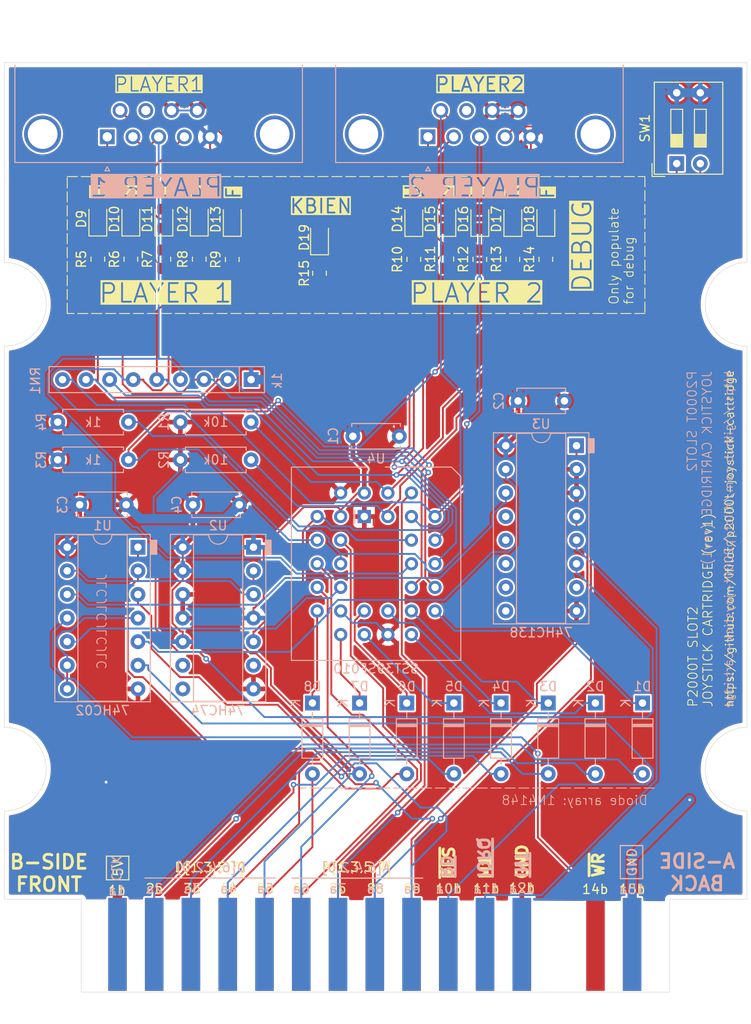
<source format=kicad_pcb>
(kicad_pcb (version 20240108) (generator "pcbnew") (generator_version "8.0")
  (layers (0 "F.Cu" signal) (31 "B.Cu" signal) (34 "B.Paste" user) (35 "F.Paste" user) (36 "B.SilkS" user "B.Silkscreen") (37 "F.SilkS" user "F.Silkscreen") (38 "B.Mask" user) (39 "F.Mask" user) (44 "Edge.Cuts" user))
  (net 0 "")
  (net 1 "Net-(D9-K)")
  (net 3 "GND")
  (net 4 "VCC")
  (net 6 "~{P1_FIRE}")
  (net 7 "~{P1_UP}")
  (net 8 "~{P1_LEFT}")
  (net 9 "~{P1_DOWN}")
  (net 10 "~{P1_RIGHT}")
  (net 11 "~{P2_RIGHT}")
  (net 12 "~{P2_FIRE}")
  (net 13 "~{P2_UP}")
  (net 14 "~{P2_DOWN}")
  (net 15 "A7")
  (net 16 "D4")
  (net 17 "D5")
  (net 18 "~{RD}")
  (net 19 "A4")
  (net 20 "D6")
  (net 21 "A5")
  (net 22 "D2")
  (net 23 "D0")
  (net 24 "A0")
  (net 25 "D7")
  (net 26 "A6")
  (net 27 "D3")
  (net 28 "A3")
  (net 29 "~{IORQ}")
  (net 30 "A2")
  (net 31 "A1")
  (net 32 "D1")
  (net 34 "Net-(D1-K)")
  (net 35 "Net-(D2-K)")
  (net 36 "Net-(D3-K)")
  (net 37 "Net-(D4-K)")
  (net 38 "Net-(D5-K)")
  (net 39 "Net-(D6-K)")
  (net 40 "Net-(D7-K)")
  (net 41 "Net-(D8-K)")
  (net 42 "DIP2")
  (net 43 "DIP1")
  (net 44 "~{P2_LEFT}")
  (net 46 "~{WR}")
  (net 53 "Net-(U3-~{Y1})")
  (net 54 "Net-(U4-OE)")
  (net 55 "Net-(U3-~{Y0})")
  (net 56 "Net-(U1-Pad4)")
  (net 57 "Net-(U2A-C)")
  (net 58 "Net-(U3-E2)")
  (net 60 "KBIEN")
  (net 69 "Net-(D10-K)")
  (net 70 "Net-(D11-K)")
  (net 71 "Net-(D12-K)")
  (net 72 "Net-(D13-K)")
  (net 73 "Net-(D14-K)")
  (net 74 "Net-(D15-K)")
  (net 75 "Net-(D16-K)")
  (net 76 "Net-(D17-K)")
  (net 77 "Net-(D18-K)")
  (net 78 "Net-(D19-A)")
  (footprint "LED_SMD:LED_0805_2012Metric_Pad1.15x1.40mm_HandSolder" (layer "F.Cu") (at 78.994 42.926 90)
    (property "Reference" "D16")
    (property "Value" "LED")
  )
  (footprint "Resistor_SMD:R_0805_2012Metric_Pad1.20x1.40mm_HandSolder" (layer "F.Cu") (at 75.438 47.228 90)
    (property "Reference" "R11")
    (property "Value" "330")
  )
  (footprint "Resistor_SMD:R_0805_2012Metric_Pad1.20x1.40mm_HandSolder" (layer "F.Cu") (at 52.324 47.278 -90)
    (property "Reference" "R9")
    (property "Value" "330")
  )
  (footprint "LED_SMD:LED_0805_2012Metric_Pad1.15x1.40mm_HandSolder" (layer "F.Cu") (at 86.106 42.917 90)
    (property "Reference" "D18")
    (property "Value" "LED")
  )
  (footprint "LED_SMD:LED_0805_2012Metric_Pad1.15x1.40mm_HandSolder" (layer "F.Cu") (at 44.958 42.885 90)
    (property "Reference" "D11")
    (property "Value" "LED")
  )
  (footprint "Resistor_SMD:R_0805_2012Metric_Pad1.20x1.40mm_HandSolder" (layer "F.Cu") (at 86.106 47.26 -90)
    (property "Reference" "R14")
    (property "Value" "330")
  )
  (footprint "Resistor_SMD:R_0805_2012Metric_Pad1.20x1.40mm_HandSolder" (layer "F.Cu") (at 37.846 47.244 -90)
    (property "Reference" "R5")
    (property "Value" "330")
  )
  (footprint "Resistor_SMD:R_0805_2012Metric_Pad1.20x1.40mm_HandSolder" (layer "F.Cu") (at 71.882 47.26 -90)
    (property "Reference" "R10")
    (property "Value" "330")
  )
  (footprint "LED_SMD:LED_0805_2012Metric_Pad1.15x1.40mm_HandSolder" (layer "F.Cu") (at 82.55 42.926 90)
    (property "Reference" "D17")
    (property "Value" "LED")
  )
  (footprint "LED_SMD:LED_0805_2012Metric_Pad1.15x1.40mm_HandSolder" (layer "F.Cu") (at 41.402 42.885 90)
    (property "Reference" "D10")
    (property "Value" "LED")
  )
  (footprint "Resistor_SMD:R_0805_2012Metric_Pad1.20x1.40mm_HandSolder" (layer "F.Cu") (at 78.994 47.26 -90)
    (property "Reference" "R12")
    (property "Value" "330")
  )
  (footprint "LED_SMD:LED_0805_2012Metric_Pad1.15x1.40mm_HandSolder" (layer "F.Cu") (at 52.324 42.917 90)
    (property "Reference" "D13")
    (property "Value" "LED")
  )
  (footprint "LED_SMD:LED_0805_2012Metric_Pad1.15x1.40mm_HandSolder" (layer "F.Cu") (at 61.722 44.91 90)
    (property "Reference" "D19")
    (property "Value" "LED")
  )
  (footprint "LED_SMD:LED_0805_2012Metric_Pad1.15x1.40mm_HandSolder" (layer "F.Cu") (at 75.438 42.926 90)
    (property "Reference" "D15")
    (property "Value" "LED")
  )
  (footprint "Resistor_SMD:R_0805_2012Metric_Pad1.20x1.40mm_HandSolder" (layer "F.Cu") (at 41.402 47.246 -90)
    (property "Reference" "R6")
    (property "Value" "330")
  )
  (footprint "LED_SMD:LED_0805_2012Metric_Pad1.15x1.40mm_HandSolder" (layer "F.Cu") (at 71.882 42.935 90)
    (property "Reference" "D14")
    (property "Value" "LED")
  )
  (footprint "Resistor_SMD:R_0805_2012Metric_Pad1.20x1.40mm_HandSolder" (layer "F.Cu") (at 44.958 47.246 -90)
    (property "Reference" "R7")
    (property "Value" "330")
  )
  (footprint "Resistor_SMD:R_0805_2012Metric_Pad1.20x1.40mm_HandSolder" (layer "F.Cu") (at 48.768 47.246 -90)
    (property "Reference" "R8")
    (property "Value" "330")
  )
  (footprint "LED_SMD:LED_0805_2012Metric_Pad1.15x1.40mm_HandSolder" (layer "F.Cu") (at 48.768 42.885 90)
    (property "Reference" "D12")
    (property "Value" "LED")
  )
  (footprint "Resistor_SMD:R_0805_2012Metric_Pad1.20x1.40mm_HandSolder" (layer "F.Cu") (at 61.722 48.752 -90)
    (property "Reference" "R15")
    (property "Value" "330")
  )
  (footprint "Resistor_SMD:R_0805_2012Metric_Pad1.20x1.40mm_HandSolder" (layer "F.Cu") (at 82.55 47.26 -90)
    (property "Reference" "R13")
    (property "Value" "330")
  )
  (footprint "LED_SMD:LED_0805_2012Metric_Pad1.15x1.40mm_HandSolder" (layer "F.Cu") (at 37.846 42.885 90)
    (property "Reference" "D9")
    (property "Value" "LED")
  )
  (footprint "Button_Switch_THT:SW_DIP_SPSTx02_Slide_9.78x7.26mm_W7.62mm_P2.54mm" (layer "F.Cu") (at 100.203 36.957 90)
    (property "Reference" "SW1")
    (property "Value" "SW_DIP_x02")
  )
  (footprint "Capacitor_THT:C_Disc_D5.0mm_W2.5mm_P5.00mm" (layer "B.Cu") (at 83.108 62.494)
    (property "Reference" "C2")
    (property "Value" ".1uF")
  )
  (footprint "Connector_Dsub:DSUB-9_Male_Horizontal_P2.77x2.84mm_EdgePinOffset4.94mm_Housed_MountingHolesOffset7.48mm" (layer "B.Cu") (at 38.856 34.082)
    (property "Reference" "J1" (hide yes))
    (property "Value" "PLAYER1")
  )
  (footprint "Diode_THT:D_DO-35_SOD27_P7.62mm_Horizontal" (layer "B.Cu") (at 71.12 94.996 -90)
    (property "Reference" "D6")
    (property "Value" "1N4148")
  )
  (footprint "components:p2000t_cartridge_edge" (layer "B.Cu") (at 67.677 120.959)
    (property "Reference" "J2")
    (property "Value" "P2000T Port 2")
  )
  (footprint "Capacitor_THT:C_Disc_D5.0mm_W2.5mm_P5.00mm" (layer "B.Cu") (at 48.086 73.66)
    (property "Reference" "C4")
    (property "Value" ".1uF")
  )
  (footprint "Capacitor_THT:C_Disc_D5.0mm_W2.5mm_P5.00mm" (layer "B.Cu") (at 65.318 66.294)
    (property "Reference" "C1")
    (property "Value" ".1uF")
  )
  (footprint "Resistor_THT:R_Axial_DIN0207_L6.3mm_D2.5mm_P7.62mm_Horizontal" (layer "B.Cu") (at 33.528 68.82)
    (property "Reference" "R3")
    (property "Value" "1k")
  )
  (footprint "Resistor_THT:R_Array_SIP9" (layer "B.Cu") (at 54.356 60.198 180)
    (property "Reference" "RN1")
    (property "Value" "1k")
  )
  (footprint "Diode_THT:D_DO-35_SOD27_P7.62mm_Horizontal" (layer "B.Cu") (at 60.96 94.996 -90)
    (property "Reference" "D8")
    (property "Value" "1N4148")
  )
  (footprint "Package_DIP:DIP-14_W7.62mm_Socket" (layer "B.Cu") (at 42.164 78.232 180)
    (property "Reference" "U1")
    (property "Value" "74HC02")
  )
  (footprint "Resistor_THT:R_Axial_DIN0207_L6.3mm_D2.5mm_P7.62mm_Horizontal" (layer "B.Cu") (at 54.356 64.77 180)
    (property "Reference" "R1")
    (property "Value" "10k")
  )
  (footprint "Diode_THT:D_DO-35_SOD27_P7.62mm_Horizontal" (layer "B.Cu") (at 76.2 94.996 -90)
    (property "Reference" "D5")
    (property "Value" "1N4148")
  )
  (footprint "Diode_THT:D_DO-35_SOD27_P7.62mm_Horizontal" (layer "B.Cu") (at 86.36 94.996 -90)
    (property "Reference" "D3")
    (property "Value" "1N4148")
  )
  (footprint "Diode_THT:D_DO-35_SOD27_P7.62mm_Horizontal" (layer "B.Cu") (at 81.28 94.996 -90)
    (property "Reference" "D4")
    (property "Value" "1N4148")
  )
  (footprint "Resistor_THT:R_Axial_DIN0207_L6.3mm_D2.5mm_P7.62mm_Horizontal" (layer "B.Cu") (at 54.356 68.834 180)
    (property "Reference" "R2")
    (property "Value" "10k")
  )
  (footprint "Connector_Dsub:DSUB-9_Male_Horizontal_P2.77x2.84mm_EdgePinOffset4.94mm_Housed_MountingHolesOffset7.48mm" (layer "B.Cu") (at 73.406 34.082)
    (property "Reference" "J3")
    (property "Value" "PLAYER2")
  )
  (footprint "Resistor_THT:R_Axial_DIN0207_L6.3mm_D2.5mm_P7.62mm_Horizontal" (layer "B.Cu") (at 33.528 64.77)
    (property "Reference" "R4")
    (property "Value" "1k")
  )
  (footprint "Package_LCC:PLCC-32_THT-Socket" (layer "B.Cu") (at 66.548 74.93 180)
    (property "Reference" "U4")
    (property "Value" "SST39SF010")
  )
  (footprint "Package_DIP:DIP-14_W7.62mm_Socket" (layer "B.Cu") (at 54.61 78.232 180)
    (property "Reference" "U2")
    (property "Value" "74HC74")
  )
  (footprint "Diode_THT:D_DO-35_SOD27_P7.62mm_Horizontal" (layer "B.Cu") (at 96.52 94.996 -90)
    (property "Reference" "D1")
    (property "Value" "1N4148")
  )
  (footprint "Diode_THT:D_DO-35_SOD27_P7.62mm_Horizontal" (layer "B.Cu") (at 66.04 94.996 -90)
    (property "Reference" "D7")
    (property "Value" "1N4148")
  )
  (footprint "Package_DIP:DIP-16_W7.62mm_Socket" (layer "B.Cu") (at 89.408 67.31 180)
    (property "Reference" "U3")
    (property "Value" "74HC138")
  )
  (footprint "Diode_THT:D_DO-35_SOD27_P7.62mm_Horizontal" (layer "B.Cu") (at 91.44 94.996 -90)
    (property "Reference" "D2")
    (property "Value" "1N4148")
  )
  (footprint "Capacitor_THT:C_Disc_D5.0mm_W2.5mm_P5.00mm" (layer "B.Cu") (at 35.894 73.66)
    (property "Reference" "C3")
    (property "Value" ".1uF")
  )
  (gr_line (start 97.79 104.14) (end 59.69 104.14) (stroke (width 0.1) (type dash)) (layer "B.SilkS"))
  (gr_rect (start 65.405 74.168) (end 65.532 75.692) (stroke (width 0.1)) (fill solid) (layer "B.SilkS"))
  (gr_rect (start 43.561 77.47) (end 44.196 78.994) (stroke (width 0.1)) (fill solid) (layer "B.SilkS"))
  (gr_line (start 94.126665 110.335314) (end 96.539665 110.335314) (stroke (width 0.12)) (layer "B.SilkS"))
  (gr_line (start 96.539665 113.891314) (end 94.126665 113.891314) (stroke (width 0.12)) (layer "B.SilkS"))
  (gr_line (start 72.831065 113.834514) (end 58.731765 113.834514) (stroke (width 0.12)) (layer "B.SilkS"))
  (gr_rect (start 90.678 66.548) (end 91.313 68.072) (stroke (width 0.1)) (fill solid) (layer "B.SilkS"))
  (gr_rect (start 55.88 77.47) (end 56.515 78.994) (stroke (width 0.1)) (fill solid) (layer "B.SilkS"))
  (gr_line (start 94.126665 113.891314) (end 94.126665 110.335314) (stroke (width 0.12)) (layer "B.SilkS"))
  (gr_line (start 57.017265 113.821814) (end 42.920265 113.821814) (stroke (width 0.12)) (layer "B.SilkS"))
  (gr_line (start 96.539665 110.335314) (end 96.539665 113.891314) (stroke (width 0.12)) (layer "B.SilkS"))
  (gr_line (start 38.767365 114.012314) (end 41.180365 114.012314) (stroke (width 0.12)) (layer "F.SilkS"))
  (gr_line (start 96.539665 110.329314) (end 94.126665 110.329314) (stroke (width 0.12)) (layer "F.SilkS"))
  (gr_rect (start 34.544 38.354) (end 96.774 53.086) (stroke (width 0.1) (type dash)) (fill none) (layer "F.SilkS"))
  (gr_line (start 42.920265 113.821814) (end 57.017265 113.821814) (stroke (width 0.12)) (layer "F.SilkS"))
  (gr_line (start 41.180365 114.012314) (end 41.180365 111.472314) (stroke (width 0.12)) (layer "F.SilkS"))
  (gr_line (start 94.126665 110.329314) (end 94.126665 113.885314) (stroke (width 0.12)) (layer "F.SilkS"))
  (gr_line (start 96.539665 113.885314) (end 96.539665 110.329314) (stroke (width 0.12)) (layer "F.SilkS"))
  (gr_line (start 58.731765 113.834514) (end 72.831065 113.834514) (stroke (width 0.12)) (layer "F.SilkS"))
  (gr_line (start 41.180365 111.472314) (end 38.767365 111.472314) (stroke (width 0.12)) (layer "F.SilkS"))
  (gr_line (start 38.767365 111.472314) (end 38.767365 114.012314) (stroke (width 0.12)) (layer "F.SilkS"))
  (gr_line (start 94.126665 113.885314) (end 96.539665 113.885314) (stroke (width 0.12)) (layer "F.SilkS"))
  (gr_line (start 107.776565 97.602714) (end 107.776565 82.414714) (stroke (width 0.05)) (layer "Edge.Cuts"))
  (gr_line (start 36.064565 116.102714) (end 35.776565 116.102714) (stroke (width 0.05)) (layer "Edge.Cuts"))
  (gr_line (start 107.776565 26.102714) (end 107.776565 47.602714) (stroke (width 0.05)) (layer "Edge.Cuts"))
  (gr_line (start 99.437565 116.102714) (end 99.776565 116.102714) (stroke (width 0.05)) (layer "Edge.Cuts"))
  (gr_line (start 107.776565 56.702714) (end 107.776565 59.802714) (stroke (width 0.05)) (layer "Edge.Cuts"))
  (gr_line (start 107.776565 116.102714) (end 107.776565 109.102714) (stroke (width 0.05)) (layer "Edge.Cuts"))
  (gr_line (start 36.064565 126.102714) (end 36.064565 116.102714) (stroke (width 0.05)) (layer "Edge.Cuts"))
  (gr_line (start 27.776565 91.102714) (end 27.776565 56.602714) (stroke (width 0.05)) (layer "Edge.Cuts"))
  (gr_line (start 27.776565 91.102714) (end 27.776565 95.602714) (stroke (width 0.05)) (layer "Edge.Cuts"))
  (gr_line (start 27.776565 96.102714) (end 27.776565 95.602714) (stroke (width 0.05)) (layer "Edge.Cuts"))
  (gr_line (start 35.776565 116.102714) (end 27.776565 116.102714) (stroke (width 0.05)) (layer "Edge.Cuts"))
  (gr_arc (start 27.776565 97.602714) (mid 32.276565 102.102714) (end 27.776565 106.602714) (stroke (width 0.05)) (layer "Edge.Cuts"))
  (gr_line (start 107.776565 109.102714) (end 107.776565 106.602714) (stroke (width 0.05)) (layer "Edge.Cuts"))
  (gr_line (start 27.776565 116.102714) (end 27.776565 109.102714) (stroke (width 0.05)) (layer "Edge.Cuts"))
  (gr_arc (start 107.776565 106.602714) (mid 103.276565 102.102714) (end 107.776565 97.602714) (stroke (width 0.05)) (layer "Edge.Cuts"))
  (gr_line (start 99.776565 116.102714) (end 107.776565 116.102714) (stroke (width 0.05)) (layer "Edge.Cuts"))
  (gr_line (start 107.776565 56.702714) (end 107.776565 56.602714) (stroke (width 0.05)) (layer "Edge.Cuts"))
  (gr_line (start 107.776566 65.402715) (end 107.776565 59.802714) (stroke (width 0.05)) (layer "Edge.Cuts"))
  (gr_line (start 107.776565 82.414714) (end 107.776566 76.802714) (stroke (width 0.05)) (layer "Edge.Cuts"))
  (gr_arc (start 27.776565 47.602714) (mid 32.276565 52.102714) (end 27.776565 56.602714) (stroke (width 0.05)) (layer "Edge.Cuts"))
  (gr_line (start 27.776565 97.602714) (end 27.776565 96.102714) (stroke (width 0.05)) (layer "Edge.Cuts"))
  (gr_line (start 27.776565 45.602714) (end 27.776565 41.102714) (stroke (width 0.05)) (layer "Edge.Cuts"))
  (gr_line (start 27.776565 109.102714) (end 27.776565 106.602714) (stroke (width 0.05)) (layer "Edge.Cuts"))
  (gr_line (start 107.776565 26.102714) (end 67.776565 26.102714) (stroke (width 0.05)) (layer "Edge.Cuts"))
  (gr_line (start 107.776566 65.402715) (end 107.776566 76.802714) (stroke (width 0.05)) (layer "Edge.Cuts"))
  (gr_arc (start 107.776565 56.602714) (mid 103.276565 52.102714) (end 107.776565 47.602714) (stroke (width 0.05)) (layer "Edge.Cuts"))
  (gr_line (start 99.437565 126.102714) (end 99.437565 116.102714) (stroke (width 0.05)) (layer "Edge.Cuts"))
  (gr_line (start 67.776565 26.102714) (end 27.776565 26.102714) (stroke (width 0.05)) (layer "Edge.Cuts"))
  (gr_line (start 27.776565 26.102714) (end 27.776565 41.102714) (stroke (width 0.05)) (layer "Edge.Cuts"))
  (gr_line (start 99.437565 126.102714) (end 36.064565 126.102714) (stroke (width 0.05)) (layer "Edge.Cuts"))
  (gr_line (start 27.776565 47.602714) (end 27.776565 45.602714) (stroke (width 0.05)) (layer "Edge.Cuts"))
  (gr_text "A-SIDE\nBACK" (at 102.396665 113.224914 0) (layer "B.SilkS") (effects (font (size 1.5 1.5) (thickness 0.3)) (justify mirror)))
  (gr_text "4a" (at 51.937265 114.964814 0) (layer "B.SilkS") (effects (font (size 1 1)) (justify mirror)))
  (gr_text "3a" (at 48.000265 114.964814 0) (layer "B.SilkS") (effects (font (size 1 1)) (justify mirror)))
  (gr_text "10a" (at 75.622765 114.977514 0) (layer "B.SilkS") (effects (font (size 1 1)) (justify mirror)))
  (gr_text "PLAYER 2" (at 85.725 40.64 -0) (layer "B.SilkS" knockout) (effects (font (size 2 2) (thickness 0.2)) (justify left bottom mirror)))
  (gr_text "7a" (at 63.684765 114.977514 0) (layer "B.SilkS") (effects (font (size 1 1)) (justify mirror)))
  (gr_text "D[6,4,2,0]" (at 50.032265 112.678814 0) (layer "B.SilkS") (effects (font (size 1 1)) (justify mirror)))
  (gr_text "https://github.com/ifilot/p2000t-joystick-cartridge" (at 106.337944 59.182 90) (layer "B.SilkS") (effects (font (size 0.9 0.9) (thickness 0.1)) (justify left bottom mirror)))
  (gr_text "JLCJLCJLCJLC" (at 38.862 81.026 90) (layer "B.SilkS") (effects (font (size 1 1) (thickness 0.1)) (justify left bottom mirror)))
  (gr_text "5a" (at 55.874265 114.964814 0) (layer "B.SilkS") (effects (font (size 1 1)) (justify mirror)))
  (gr_text "15a" (at 95.396665 115.028314 0) (layer "B.SilkS") (effects (font (size 1 1)) (justify mirror)))
  (gr_text "CLK" (at 39.800365 112.762314 -90) (layer "B.SilkS") (effects (font (size 1 1)) (justify mirror)))
  (gr_text "11a" (at 79.686765 114.977514 0) (layer "B.SilkS") (effects (font (size 1 1)) (justify mirror)))
  (gr_text "8a" (at 67.748765 114.977514 0) (layer "B.SilkS") (effects (font (size 1 1)) (justify mirror)))
  (gr_text "GND" (at 95.396665 112.113314 90) (layer "B.SilkS") (effects (font (size 1 1)) (justify mirror)))
  (gr_text "A[6,4,2,0]" (at 65.642865 112.704214 0) (layer "B.SilkS") (effects (font (size 1 1)) (justify mirror)))
  (gr_text "6a" (at 59.747765 114.977514 0) (layer "B.SilkS") (effects (font (size 1 1)) (justify mirror)))
  (gr_text "PLAYER 1" (at 51.435 40.64 -0) (layer "B.SilkS" knockout) (effects (font (size 2 2) (thickness 0.2)) (justify left bottom mirror)))
  (gr_text "~{RD}" (at 75.345665 112.580271 -90) (layer "B.SilkS") (effects (font (size 1.2 1.2) (thickness 0.3)) (justify mirror)))
  (gr_text "12a" (at 83.522165 114.901314 0) (layer "B.SilkS") (effects (font (size 1 1)) (justify mirror)))
  (gr_text "2a" (at 43.936265 114.964814 0) (layer "B.SilkS") (effects (font (size 1 1)) (justify mirror)))
  (gr_text "Diode array: 1N4148" (at 97.155 106.045 -0) (layer "B.SilkS") (effects (font (size 1 1) (thickness 0.1)) (justify left bottom mirror)))
  (gr_text "P2000T SLOT2\nJOYSTICK CARTRIDGE (rev1)" (at 104.051944 59.182 90) (layer "B.SilkS") (effects (font (size 1 1) (thickness 0.1)) (justify left bottom mirror)))
  (gr_text "1a" (at 39.897365 115.155314 0) (layer "B.SilkS") (effects (font (size 1 1)) (justify mirror)))
  (gr_text "~{IORQ}" (at 79.370415 111.637414 -90) (layer "B.SilkS") (effects (font (size 1.2 1.2) (thickness 0.3)) (justify mirror)))
  (gr_text "~{INT}" (at 83.395165 112.408842 -90) (layer "B.SilkS") (effects (font (size 1.2 1.2) (thickness 0.3)) (justify mirror)))
  (gr_text "9a" (at 71.685765 114.977514 0) (layer "B.SilkS") (effects (font (size 1 1)) (justify mirror)))
  (gr_text "PLAYER 1" (at 37.846 52.07 0) (layer "F.SilkS" knockout) (effects (font (size 2 2) (thickness 0.2)) (justify left bottom)))
  (gr_text "~{WR}" (at 91.754065 112.412114 90) (layer "F.SilkS") (effects (font (size 1.2 1.2) (thickness 0.3))))
  (gr_text "KBIEN" (at 58.42 42.418 0) (layer "F.SilkS" knockout) (effects (font (size 1.5 1.5) (thickness 0.2)) (justify left bottom)))
  (gr_text "D[1,3,5,7]" (at 49.905265 112.678814 0) (layer "F.SilkS") (effects (font (size 1 1))))
  (gr_text "D" (at 76.2 40.894 90) (layer "F.SilkS" knockout) (effects (font (size 1.5 1.5) (thickness 0.2)) (justify left bottom)))
  (gr_text "U" (at 38.862 40.894 90) (layer "F.SilkS" knockout) (effects (font (size 1.5 1.5) (thickness 0.2)) (justify left bottom)))
  (gr_text "15b" (at 95.396665 115.028314 0) (layer "F.SilkS") (effects (font (size 1 1))))
  (gr_text "9b" (at 71.685765 114.977514 0) (layer "F.SilkS") (effects (font (size 1 1))))
  (gr_text "11b" (at 79.686765 114.977514 0) (layer "F.SilkS") (effects (font (size 1 1))))
  (gr_text "R" (at 49.784 40.894 90) (layer "F.SilkS" knockout) (effects (font (size 1.5 1.5) (thickness 0.2)) (justify left bottom)))
  (gr_text "4b" (at 51.937265 114.964814 0) (layer "F.SilkS") (effects (font (size 1 1))))
  (gr_text "A[1,3,5,7]" (at 65.805665 112.640714 0) (layer "F.SilkS") (effects (font (size 1 1))))
  (gr_text "~{RES}" (at 75.673565 112.1835 90) (layer "F.SilkS") (effects (font (size 1.2 1.2) (thickness 0.3))))
  (gr_text "5V" (at 40.037365 112.742314 90) (layer "F.SilkS") (effects (font (size 1 1))))
  (gr_text "U" (at 72.644 40.894 90) (layer "F.SilkS" knockout) (effects (font (size 1.5 1.5) (thickness 0.2)) (justify left bottom)))
  (gr_text "P2000T SLOT2\nJOYSTICK CARTRIDGE (rev1)" (at 104.14 95.504 90) (layer "F.SilkS") (effects (font (size 1 1) (thickness 0.1)) (justify left bottom)))
  (gr_text "GND" (at 95.396665 112.107314 90) (layer "F.SilkS") (effects (font (size 1 1))))
  (gr_text "14b" (at 91.421565 115.028314 0) (layer "F.SilkS") (effects (font (size 1 1))))
  (gr_text "6b" (at 59.747765 114.977514 0) (layer "F.SilkS") (effects (font (size 1 1))))
  (gr_text "D" (at 42.418 40.894 90) (layer "F.SilkS" knockout) (effects (font (size 1.5 1.5) (thickness 0.2)) (justify left bottom)))
  (gr_text "12b" (at 83.522165 114.901314 0) (layer "F.SilkS") (effects (font (size 1 1))))
  (gr_text "GND" (at 83.560265 112.069214 90) (layer "F.SilkS") (effects (font (size 1.2 1.2) (thickness 0.3))))
  (gr_text "https://github.com/ifilot/p2000t-joystick-cartridge" (at 106.426 95.504 90) (layer "F.SilkS") (effects (font (size 0.9 0.9) (thickness 0.1)) (justify left bottom)))
  (gr_text "1b" (at 39.910365 115.155314 0) (layer "F.SilkS") (effects (font (size 1 1))))
  (gr_text "Only populate\nfor debug" (at 95.631 52.197 90) (layer "F.SilkS") (effects (font (size 1 1) (thickness 0.1)) (justify left bottom)))
  (gr_text "F" (at 87.122 40.894 90) (layer "F.SilkS" knockout) (effects (font (size 1.5 1.5) (thickness 0.2)) (justify left bottom)))
  (gr_text "L" (at 45.974 40.894 90) (layer "F.SilkS" knockout) (effects (font (size 1.5 1.5) (thickness 0.2)) (justify left bottom)))
  (gr_text "B-SIDE\nFRONT" (at 32.572065 113.301114 0) (layer "F.SilkS") (effects (font (size 1.5 1.5) (thickness 0.3))))
  (gr_text "PLAYER 2" (at 71.374 52.07 0) (layer "F.SilkS" knockout) (effects (font (size 2 2) (thickness 0.2)) (justify left bottom)))
  (gr_text "3b" (at 48.000265 114.964814 0) (layer "F.SilkS") (effects (font (size 1 1))))
  (gr_text "8b" (at 67.748765 114.977514 0) (layer "F.SilkS") (effects (font (size 1 1))))
  (gr_text "DEBUG\n" (at 91.186 50.927 90) (layer "F.SilkS" knockout) (effects (font (size 2 2) (thickness 0.2)) (justify left bottom)))
  (gr_text "M1" (at 79.616915 112.640642 90) (layer "F.SilkS") (effects (font (size 1.2 1.2) (thickness 0.3))))
  (gr_text "R" (at 83.566 40.894 90) (layer "F.SilkS" knockout) (effects (font (size 1.5 1.5) (thickness 0.2)) (justify left bottom)))
  (gr_text "10b" (at 75.622765 114.977514 0) (layer "F.SilkS") (effects (font (size 1 1))))
  (gr_text "F" (at 53.34 40.894 90) (layer "F.SilkS" knockout) (effects (font (size 1.5 1.5) (thickness 0.2)) (justify left bottom)))
  (gr_text "7b" (at 63.684765 114.977514 0) (layer "F.SilkS") (effects (font (size 1 1))))
  (gr_text "L" (at 79.756 40.894 90) (layer "F.SilkS" knockout) (effects (font (size 1.5 1.5) (thickness 0.2)) (justify left bottom)))
  (gr_text "2b" (at 43.936265 114.964814 0) (layer "F.SilkS") (effects (font (size 1 1))))
  (gr_text "5b" (at 55.874265 114.964814 0) (layer "F.SilkS") (effects (font (size 1 1))))
  (segment (start 37.846 43.91) (end 37.846 46.244) (width 0.2) (layer "F.Cu") (net 1))
  (segment (start 83.517 120.959) (end 83.517 115.6589) (width 0.2) (layer "F.Cu") (net 3))
  (segment (start 59.5296 67.9116) (end 58.8344 67.9116) (width 0.2) (layer "F.Cu") (net 3))
  (segment (start 67.5593 75.8325) (end 67.5593 74.93) (width 0.2) (layer "F.Cu") (net 3))
  (segment (start 50.8 74.93) (end 52.07 73.66) (width 0.5) (layer "F.Cu") (net 3))
  (segment (start 46.99 83.312) (end 47.5401 83.312) (width 0.2) (layer "F.Cu") (net 3))
  (segment (start 59.69 58.42) (end 59.69 67.056) (width 1) (layer "F.Cu") (net 3))
  (segment (start 38.735 73.66) (end 40.894 73.66) (width 0.5) (layer "F.Cu") (net 3))
  (segment (start 67.9268 86.4688) (end 67.9268 76.2) (width 0.5) (layer "F.Cu") (net 3))
  (segment (start 47.5401 83.312) (end 46.99 83.8621) (width 0.2) (layer "F.Cu") (net 3))
  (segment (start 47.5401 83.312) (end 48.0901 83.312) (width 0.2) (layer "F.Cu") (net 3))
  (segment (start 101.6 49.53) (end 100.33 49.53) (width 1) (layer "F.Cu") (net 3))
  (segment (start 95.397 120.959) (end 95.397 111.613) (width 1) (layer "F.Cu") (net 3))
  (segment (start 100.33 49.53) (end 100.33 60.96) (width 1) (layer "F.Cu") (net 3))
  (segment (start 81.383 27.837) (end 105.307 27.837) (width 1) (layer "F.Cu") (net 3))
  (segment (start 89.408 85.09) (end 86.995 85.09) (width 0.5) (layer "F.Cu") (net 3))
  (segment (start 46.99 83.8621) (end 46.99 85.852) (width 0.2) (layer "F.Cu") (net 3))
  (segment (start 105.307 27.837) (end 106.68 29.21) (width 1) (layer "F.Cu") (net 3))
  (segment (start 51.009 28.784) (end 48.551 31.242) (width 1) (layer "F.Cu") (net 3))
  (segment (start 60.96 30.48) (end 60.96 38.1) (width 1) (layer "F.Cu") (net 3))
  (segment (start 63.5 27.94) (end 60.96 30.48) (width 1) (layer "F.Cu") (net 3))
  (segment (start 38.862 93.472) (end 38.1 92.71) (width 0.5) (layer "F.Cu") (net 3))
  (segment (start 48.5401 83.762) (end 48.0901 83.312) (width 0.2) (layer "F.Cu") (net 3))
  (segment (start 100.33 60.96) (end 99.06 62.23) (width 1) (layer "F.Cu") (net 3))
  (segment (start 63.5 27.94) (end 51.853 27.94) (width 1) (layer "F.Cu") (net 3))
  (segment (start 50.8 83.762) (end 48.5401 83.762) (width 0.2) (layer "F.Cu") (net 3))
  (segment (start 60.96 38.1) (end 59.69 39.37) (width 1) (layer "F.Cu") (net 3))
  (segment (start 67.9268 76.2) (end 67.9268 68.6852) (width 0.5) (layer "F.Cu") (net 3))
  (segment (start 86.36 84.455) (end 86.36 71.32) (width 0.5) (layer "F.Cu") (net 3))
  (segment (start 51.435 28.358) (end 51.009 28.784) (width 1) (layer "F.Cu") (net 3))
  (segment (start 46.736 68.834) (end 46.736 64.77) (width 0.2) (layer "F.Cu") (net 3))
  (segment (start 81.28 27.94) (end 81.383 27.837) (width 1) (layer "F.Cu") (net 3))
  (segment (start 50.8 83.762) (end 50.8 74.93) (width 0.5) (layer "F.Cu") (net 3))
  (segment (start 97.526 62.494) (end 88.108 62.494) (width 1) (layer "F.Cu") (net 3))
  (segment (start 63.5 27.94) (end 81.28 27.94) (width 1) (layer "F.Cu") (net 3))
  (segment (start 106.68 29.21) (end 106.68 44.45) (width 1) (layer "F.Cu") (net 3))
  (segment (start 59.69 45.806) (end 61.593 45.806) (width 0.2) (layer "F.Cu") (net 3))
  (segment (start 99.06 62.23) (end 97.79 62.23) (width 1) (layer "F.Cu") (net 3))
  (segment (start 61.593 45.806) (end 61.722 45.935) (width 0.2) (layer "F.Cu") (net 3))
  (segment (start 97.79 62.23) (end 97.526 62.494) (width 1) (layer "F.Cu") (net 3))
  (segment (start 67.9268 68.6852) (end 70.318 66.294) (width 0.5) (layer "F.Cu") (net 3))
  (segment (start 59.69 67.056) (end 58.8344 67.9116) (width 1) (layer "F.Cu") (net 3))
  (segment (start 51.562 93.472) (end 50.8 92.71) (width 0.5) (layer "F.Cu") (net 3))
  (segment (start 67.9268 76.2) (end 67.5593 75.8325) (width 0.2) (layer "F.Cu") (net 3))
  (segment (start 86.995 85.09) (end 86.36 84.455) (width 0.5) (layer "F.Cu") (net 3))
  (segment (start 50.8 92.71) (end 50.8 83.762) (width 0.5) (layer "F.Cu") (net 3))
  (segment (start 98.4985 108.5115) (end 94.4342 108.5115) (width 0.2) (layer "F.Cu") (net 3))
  (segment (start 66.548 74.93) (end 67.5593 74.93) (width 0.2) (layer "F.Cu") (net 3))
  (segment (start 85.7208 99.7981) (end 84.9926 99.7981) (width 0.2) (layer "F.Cu") (net 3))
  (segment (start 106.68 44.45) (end 101.6 49.53) (width 1) (layer "F.Cu") (net 3))
  (segment (start 98.4985 108.5115) (end 101.6 105.41) (width 1) (layer "F.Cu") (net 3))
  (segment (start 81.28 27.94) (end 83.101 29.761) (width 1) (layer "F.Cu") (net 3))
  (segment (start 86.36 64.135) (end 86.467 64.135) (width 0.5) (layer "F.Cu") (net 3))
  (segment (start 84.9926 99.7981) (end 83.517 101.2737) (width 0.2) (layer "F.Cu") (net 3))
  (segment (start 64.008 72.39) (end 59.5296 67.9116) (width 0.2) (layer "F.Cu") (net 3))
  (segment (start 38.1 74.295) (end 38.735 73.66) (width 0.5) (layer "F.Cu") (net 3))
  (segment (start 83.517 101.2737) (end 83.517 115.6589) (width 0.2) (layer "F.Cu") (net 3))
  (segment (start 86.36 71.32) (end 86.36 64.135) (width 0.5) (layer "F.Cu") (net 3))
  (segment (start 89.408 71.32) (end 89.408 72.39) (width 0.2) (layer "F.Cu") (net 3))
  (segment (start 83.101 29.761) (end 83.101 31.242) (width 1) (layer "F.Cu") (net 3))
  (segment (start 86.36 71.32) (end 89.408 71.32) (width 0.2) (layer "F.Cu") (net 3))
  (segment (start 101.6 105.41) (end 101.6 62.23) (width 1) (layer "F.Cu") (net 3))
  (segment (start 54.61 93.472) (end 51.562 93.472) (width 0.5) (layer "F.Cu") (net 3))
  (segment (start 67.945 58.42) (end 70.485 60.96) (width 1) (layer "F.Cu") (net 3))
  (segment (start 69.088 87.63) (end 67.9268 86.4688) (width 0.5) (layer "F.Cu") (net 3))
  (segment (start 95.397 111.613) (end 98.4985 108.5115) (width 1) (layer "F.Cu") (net 3))
  (segment (start 59.69 45.806) (end 59.69 58.42) (width 1) (layer "F.Cu") (net 3))
  (segment (start 101.6 62.23) (end 100.33 60.96) (width 1) (layer "F.Cu") (net 3))
  (segment (start 51.435 28.358) (end 51.009 28.784) (width 1) (layer "F.Cu") (net 3))
  (segment (start 94.4342 108.5115) (end 85.7208 99.7981) (width 0.2) (layer "F.Cu") (net 3))
  (segment (start 70.485 60.96) (end 70.318 61.127) (width 1) (layer "F.Cu") (net 3))
  (segment (start 86.467 64.135) (end 88.108 62.494) (width 0.5) (layer "F.Cu") (net 3))
  (segment (start 58.8344 67.9116) (end 53.086 73.66) (width 1) (layer "F.Cu") (net 3))
  (segment (start 38.1 92.71) (end 38.1 74.295) (width 0.5) (layer "F.Cu") (net 3))
  (segment (start 52.07 73.66) (end 53.086 73.66) (width 0.5) (layer "F.Cu") (net 3))
  (segment (start 59.69 58.42) (end 67.945 58.42) (width 1) (layer "F.Cu") (net 3))
  (segment (start 42.164 93.472) (end 38.862 93.472) (width 0.5) (layer "F.Cu") (net 3))
  (segment (start 70.318 61.127) (end 70.318 66.294) (width 1) (layer "F.Cu") (net 3))
  (segment (start 59.69 39.37) (end 59.69 45.806) (width 1) (layer "F.Cu") (net 3))
  (segment (start 89.408 69.85) (end 89.408 71.32) (width 0.2) (layer "F.Cu") (net 3))
  (segment (start 51.853 27.94) (end 51.435 28.358) (width 1) (layer "F.Cu") (net 3))
  (via (at 101.6 105.41) (size 0.6) (drill 0.3) (layers "F.Cu" "B.Cu") (net 3))
  (segment (start 46.736 68.834) (end 46.736 69.9341) (width 0.2) (layer "B.Cu") (net 3))
  (segment (start 43.8537 75.16) (end 43.8537 72.8164) (width 0.2) (layer "B.Cu") (net 3))
  (segment (start 53.086 73.66) (end 51.586 75.16) (width 1) (layer "B.Cu") (net 3))
  (segment (start 51.586 75.16) (end 43.8537 75.16) (width 1) (layer "B.Cu") (net 3))
  (segment (start 43.8537 72.8164) (end 46.736 69.9341) (width 0.2) (layer "B.Cu") (net 3))
  (segment (start 67.818 86.36) (end 65.278 86.36) (width 0.2) (layer "B.Cu") (net 3))
  (segment (start 95.397 111.613) (end 101.6 105.41) (width 1) (layer "B.Cu") (net 3))
  (segment (start 83.101 31.242) (end 80.331 31.242) (width 0.2) (layer "B.Cu") (net 3))
  (segment (start 48.551 31.242) (end 45.781 31.242) (width 0.2) (layer "B.Cu") (net 3))
  (segment (start 69.088 87.63) (end 67.818 86.36) (width 0.2) (layer "B.Cu") (net 3))
  (segment (start 95.397 120.959) (end 95.397 111.613) (width 1) (layer "B.Cu") (net 3))
  (segment (start 42.394 75.16) (end 40.894 73.66) (width 1) (layer "B.Cu") (net 3))
  (segment (start 65.278 86.36) (end 64.008 85.09) (width 0.2) (layer "B.Cu") (net 3))
  (segment (start 43.8537 75.16) (end 42.394 75.16) (width 1) (layer "B.Cu") (net 3))
  (segment (start 39.957 120.959) (end 39.957 104.727) (width 1) (layer "F.Cu") (net 4))
  (segment (start 64.008 74.2336) (end 63.6858 73.9114) (width 0.2) (layer "F.Cu") (net 4))
  (segment (start 49.936 34.082) (end 49.936 40.692) (width 0.2) (layer "F.Cu") (net 4))
  (segment (start 71.882 41.91) (end 75.429 41.91) (width 0.2) (layer "F.Cu") (net 4))
  (segment (start 40.4998 33.637) (end 41.204 32.9328) (width 0.2) (layer "F.Cu") (net 4))
  (segment (start 54.61 78.232) (end 55.7101 78.232) (width 0.2) (layer "F.Cu") (net 4))
  (segment (start 66.548 71.6936) (end 66.548 72.39) (width 0.5) (layer "F.Cu") (net 4))
  (segment (start 63.6858 73.9114) (end 60.0307 73.9114) (width 0.2) (layer "F.Cu") (net 4))
  (segment (start 54.61 85.852) (end 54.61 84.7519) (width 0.2) (layer "F.Cu") (net 4))
  (segment (start 75.438 41.901) (end 78.994 41.901) (width 0.2) (layer "F.Cu") (net 4))
  (segment (start 46.99 81.8721) (end 46.8525 81.8721) (width 0.2) (layer "F.Cu") (net 4))
  (segment (start 45.8791 86.409) (end 46.762 87.2919) (width 0.2) (layer "F.Cu") (net 4))
  (segment (start 35.56 76.835) (end 35.894 76.501) (width 0.5) (layer "F.Cu") (net 4))
  (segment (start 40.4998 40.9578) (end 40.4998 33.637) (width 0.2) (layer "F.Cu") (net 4))
  (segment (start 75.429 41.91) (end 75.438 41.901) (width 0.2) (layer "F.Cu") (net 4))
  (segment (start 38.7482 40.9578) (end 40.4998 40.9578) (width 0.2) (layer "F.Cu") (net 4))
  (segment (start 37.846 41.86) (end 38.7482 40.9578) (width 0.2) (layer "F.Cu") (net 4))
  (segment (start 64.008 74.2336) (end 66.548 71.6936) (width 0.2) (layer "F.Cu") (net 4))
  (segment (start 48.086 73.66) (end 48.086 77.136) (width 0.5) (layer "F.Cu") (net 4))
  (segment (start 40.4998 40.9578) (end 41.402 41.86) (width 0.2) (layer "F.Cu") (net 4))
  (segment (start 46.99 80.772) (end 46.99 81.8721) (width 0.2) (layer "F.Cu") (net 4))
  (segment (start 49.936 40.692) (end 48.768 41.86) (width 0.2) (layer "F.Cu") (net 4))
  (segment (start 84.486 40.272) (end 86.106 41.892) (width 0.2) (layer "F.Cu") (net 4))
  (segment (start 83.185 65.405) (end 83.108 65.328) (width 0.5) (layer "F.Cu") (net 4))
  (segment (start 81.788 67.31) (end 83.185 65.913) (width 0.5) (layer "F.Cu") (net 4))
  (segment (start 49.936 40.692) (end 51.124 40.692) (width 0.2) (layer "F.Cu") (net 4))
  (segment (start 64.008 74.93) (end 64.008 74.2336) (width 0.2) (layer "F.Cu") (net 4))
  (segment (start 82.857 41.901) (end 84.486 40.272) (width 0.2) (layer "F.Cu") (net 4))
  (segment (start 84.486 34.082) (end 84.486 40.272) (width 0.2) (layer "F.Cu") (net 4))
  (segment (start 83.185 65.913) (end 83.185 65.405) (width 0.5) (layer "F.Cu") (net 4))
  (segment (start 66.675 69.85) (end 66.548 69.977) (width 0.5) (layer "F.Cu") (net 4))
  (segment (start 65.318 66.294) (end 65.318 68.493) (width 0.5) (layer "F.Cu") (net 4))
  (segment (start 65.318 68.493) (end 66.675 69.85) (width 0.5) (layer "F.Cu") (net 4))
  (segment (start 46.762 87.2919) (end 46.99 87.2919) (width 0.2) (layer "F.Cu") (net 4))
  (segment (start 82.55 41.901) (end 82.857 41.901) (width 0.2) (layer "F.Cu") (net 4))
  (segment (start 35.894 76.501) (end 35.894 73.66) (width 0.5) (layer "F.Cu") (net 4))
  (segment (start 48.768 41.86) (end 44.958 41.86) (width 0.2) (layer "F.Cu") (net 4))
  (segment (start 48.086 77.136) (end 46.99 78.232) (width 0.5) (layer "F.Cu") (net 4))
  (segment (start 55.7101 78.232) (end 55.7101 83.7678) (width 0.2) (layer "F.Cu") (net 4))
  (segment (start 39.957 104.727) (end 38.735 103.505) (width 1) (layer "F.Cu") (net 4))
  (segment (start 60.0307 73.9114) (end 55.7101 78.232) (width 0.2) (layer "F.Cu") (net 4))
  (segment (start 46.8525 81.8721) (end 45.8791 82.8455) (width 0.2) (layer "F.Cu") (net 4))
  (segment (start 78.994 41.901) (end 82.55 41.901) (width 0.2) (layer "F.Cu") (net 4))
  (segment (start 34.544 78.232) (end 35.56 77.216) (width 0.5) (layer "F.Cu") (net 4))
  (segment (start 83.108 65.328) (end 83.108 62.494) (width 0.5) (layer "F.Cu") (net 4))
  (segment (start 41.204 32.9328) (end 48.7868 32.9328) (width 0.2) (layer "F.Cu") (net 4))
  (segment (start 46.99 78.232) (end 46.99 80.772) (width 0.2) (layer "F.Cu") (net 4))
  (segment (start 66.548 69.977) (end 66.548 71.6936) (width 0.5) (layer "F.Cu") (net 4))
  (segment (start 35.56 77.216) (end 35.56 76.835) (width 0.5) (layer "F.Cu") (net 4))
  (segment (start 54.726 84.7519) (end 54.61 84.7519) (width 0.2) (layer "F.Cu") (net 4))
  (segment (start 48.7868 32.9328) (end 49.936 34.082) (width 0.2) (layer "F.Cu") (net 4))
  (segment (start 55.7101 83.7678) (end 54.726 84.7519) (width 0.2) (layer "F.Cu") (net 4))
  (segment (start 51.124 40.692) (end 52.324 41.892) (width 0.2) (layer "F.Cu") (net 4))
  (segment (start 46.99 88.392) (end 46.99 87.2919) (width 0.2) (layer "F.Cu") (net 4))
  (segment (start 45.8791 82.8455) (end 45.8791 86.409) (width 0.2) (layer "F.Cu") (net 4))
  (via (at 38.735 103.505) (size 0.6) (drill 0.3) (layers "F.Cu" "B.Cu") (net 4))
  (segment (start 99.06 27.94) (end 99.06 28.194) (width 1) (layer "B.Cu") (net 4))
  (segment (start 29.5275 75.8825) (end 31.75 73.66) (width 1) (layer "B.Cu") (net 4))
  (segment (start 29.5275 67.31) (end 29.5275 58.7375) (width 1) (layer "B.Cu") (net 4))
  (segment (start 35.56 30.48) (end 38.1 27.94) (width 1) (layer "B.Cu") (net 4))
  (segment (start 61.595 27.94) (end 83.82 27.94) (width 1) (layer "B.Cu") (net 4))
  (segment (start 65.318 40.553) (end 61.595 36.83) (width 1) (layer "B.Cu") (net 4))
  (segment (start 65.318 63.413) (end 65.318 40.553) (width 1) (layer "B.Cu") (net 4))
  (segment (start 38.735 103.505) (end 29.21 93.98) (width 1) (layer "B.Cu") (net 4))
  (segment (start 61.595 36.83) (end 61.595 27.94) (width 1) (layer "B.Cu") (net 4))
  (segment (start 29.5275 75.8825) (end 29.5275 67.31) (width 1) (layer "B.Cu") (net 4))
  (segment (start 33.655 54.61) (end 33.655 38.735) (width 1) (layer "B.Cu") (net 4))
  (segment (start 85.725 58.42) (end 83.108 61.037) (width 1) (layer "B.Cu") (net 4))
  (segment (start 106.68 43.815) (end 100.33 50.165) (width 1) (layer "B.Cu") (net 4))
  (segment (start 54.356 60.198) (end 62.103 60.198) (width 1) (layer "B.Cu") (net 4))
  (segment (start 49.53 27.94) (end 61.595 27.94) (width 1) (layer "B.Cu") (net 4))
  (segment (start 50.165 28.575) (end 50.165 33.853) (width 1) (layer "B.Cu") (net 4))
  (segment (start 100.33 50.165) (end 100.33 55.88) (width 1) (layer "B.Cu") (net 4))
  (segment (start 106.68 29.845) (end 106.68 43.815) (width 1) (layer "B.Cu") (net 4))
  (segment (start 29.21 76.2) (end 29.5275 75.8825) (width 1) (layer "B.Cu") (net 4))
  (segment (start 62.103 60.198) (end 65.318 63.413) (width 1) (layer "B.Cu") (net 4))
  (segment (start 100.33 55.88) (end 97.79 58.42) (width 1) (layer "B.Cu") (net 4))
  (segment (start 49.53 27.94) (end 50.165 28.575) (width 1) (layer "B.Cu") (net 4))
  (segment (start 83.82 27.94) (end 99.06 27.94) (width 1) (layer "B.Cu") (net 4))
  (segment (start 38.1 27.94) (end 49.53 27.94) (width 1) (layer "B.Cu") (net 4))
  (segment (start 29.21 93.98) (end 29.21 76.2) (width 1) (layer "B.Cu") (net 4))
  (segment (start 97.79 58.42) (end 85.725 58.42) (width 1) (layer "B.Cu") (net 4))
  (segment (start 33.655 38.735) (end 35.56 36.83) (width 1) (layer "B.Cu") (net 4))
  (segment (start 48.0901 78.232) (end 54.61 78.232) (width 0.2) (layer "B.Cu") (net 4))
  (segment (start 29.5275 58.7375) (end 33.655 54.61) (width 1) (layer "B.Cu") (net 4))
  (segment (start 99.06 28.194) (end 100.203 29.337) (width 1) (layer "B.Cu") (net 4))
  (segment (start 32.018 67.31) (end 32.018 66.28) (width 0.2) (layer "B.Cu") (net 4))
  (segment (start 83.82 27.94) (end 85.09 29.21) (width 1) (layer "B.Cu") (net 4))
  (segment (start 85.09 29.21) (end 85.09 33.478) (width 1) (layer "B.Cu") (net 4))
  (segment (start 100.203 29.337) (end 102.743 29.337) (width 1) (layer "B.Cu") (net 4))
  (segment (start 46.99 78.232) (end 48.0901 78.232) (width 0.2) (layer "B.Cu") (net 4))
  (segment (start 32.018 66.28) (end 33.528 64.77) (width 0.2) (layer "B.Cu") (net 4))
  (segment (start 106.172 29.337) (end 106.68 29.845) (width 1) (layer "B.Cu") (net 4))
  (segment (start 65.318 63.413) (end 65.318 66.294) (width 1) (layer "B.Cu") (net 4))
  (segment (start 102.743 29.337) (end 106.172 29.337) (width 1) (layer "B.Cu") (net 4))
  (segment (start 31.75 73.66) (end 35.894 73.66) (width 1) (layer "B.Cu") (net 4))
  (segment (start 35.56 36.83) (end 35.56 30.48) (width 1) (layer "B.Cu") (net 4))
  (segment (start 29.5275 67.31) (end 32.018 67.31) (width 0.2) (layer "B.Cu") (net 4))
  (segment (start 83.108 61.037) (end 83.108 62.494) (width 1) (layer "B.Cu") (net 4))
  (segment (start 32.018 67.31) (end 33.528 68.82) (width 0.2) (layer "B.Cu") (net 4))
  (segment (start 85.09 33.478) (end 84.486 34.082) (width 1) (layer "B.Cu") (net 4))
  (segment (start 50.165 33.853) (end 49.936 34.082) (width 1) (layer "B.Cu") (net 4))
  (segment (start 43.7603 61.3397) (end 44.6701 61.3397) (width 0.2) (layer "F.Cu") (net 6))
  (segment (start 45.466 60.5438) (end 45.466 55.136) (width 0.2) (layer "F.Cu") (net 6))
  (segment (start 49.9531 32.5326) (end 53.3649 35.9444) (width 0.2) (layer "F.Cu") (net 6))
  (segment (start 41.656 60.198) (end 42.7561 60.198) (width 0.2) (layer "F.Cu") (net 6))
  (segment (start 42.7561 60.198) (end 42.7561 60.3355) (width 0.2) (layer "F.Cu") (net 6))
  (segment (start 44.6701 61.3397) (end 45.466 60.5438) (width 0.2) (layer "F.Cu") (net 6))
  (segment (start 40.241 31.242) (end 41.5316 32.5326) (width 0.2) (layer "F.Cu") (net 6))
  (segment (start 53.3649 35.9444) (end 53.3649 47.2371) (width 0.2) (layer "F.Cu") (net 6))
  (segment (start 45.466 55.136) (end 52.324 48.278) (width 0.2) (layer "F.Cu") (net 6))
  (segment (start 41.5316 32.5326) (end 49.9531 32.5326) (width 0.2) (layer "F.Cu") (net 6))
  (segment (start 42.7561 60.3355) (end 43.7603 61.3397) (width 0.2) (layer "F.Cu") (net 6))
  (segment (start 53.3649 47.2371) (end 52.324 48.278) (width 0.2) (layer "F.Cu") (net 6))
  (segment (start 62.9187 76.3807) (end 64.6192 76.3807) (width 0.2) (layer "B.Cu") (net 6))
  (segment (start 62.5342 75.9962) (end 62.9187 76.3807) (width 0.2) (layer "B.Cu") (net 6))
  (segment (start 40.5559 60.198) (end 40.5559 60.0605) (width 0.2) (layer "B.Cu") (net 6))
  (segment (start 40.5559 60.0605) (end 39.5791 59.0837) (width 0.2) (layer "B.Cu") (net 6))
  (segment (start 65.7085 77.47) (end 71.628 77.47) (width 0.2) (layer "B.Cu") (net 6))
  (segment (start 39.5791 59.0837) (end 33.5411 59.0837) (width 0.2) (layer "B.Cu") (net 6))
  (segment (start 47.0642 63.5424) (end 59.518 75.9962) (width 0.2) (layer "B.Cu") (net 6))
  (segment (start 64.6192 76.3807) (end 65.7085 77.47) (width 0.2) (layer "B.Cu") (net 6))
  (segment (start 32.9039 59.7209) (end 32.9039 60.7068) (width 0.2) (layer "B.Cu") (net 6))
  (segment (start 59.518 75.9962) (end 62.5342 75.9962) (width 0.2) (layer "B.Cu") (net 6))
  (segment (start 35.7395 63.5424) (end 47.0642 63.5424) (width 0.2) (layer "B.Cu") (net 6))
  (segment (start 41.656 60.198) (end 40.5559 60.198) (width 0.2) (layer "B.Cu") (net 6))
  (segment (start 32.9039 60.7068) (end 35.7395 63.5424) (width 0.2) (layer "B.Cu") (net 6))
  (segment (start 33.5411 59.0837) (end 32.9039 59.7209) (width 0.2) (layer "B.Cu") (net 6))
  (segment (start 50.7159 60.3152) (end 50.7159 60.198) (width 0.2) (layer "F.Cu") (net 7))
  (segment (start 37.846 48.244) (end 37.846 60.5217) (width 0.2) (layer "F.Cu") (net 7))
  (segment (start 71.628 82.55) (end 72.7183 81.4597) (width 0.2) (layer "F.Cu") (net 7))
  (segment (start 39.4644 62.1401) (end 48.891 62.1401) (width 0.2) (layer "F.Cu") (net 7))
  (segment (start 72.7183 81.4597) (end 72.7183 70.0566) (width 0.2) (layer "F.Cu") (net 7))
  (segment (start 51.816 60.198) (end 50.7159 60.198) (width 0.2) (layer "F.Cu") (net 7))
  (segment (start 37.846 60.5217) (end 39.4644 62.1401) (width 0.2) (layer "F.Cu") (net 7))
  (segment (start 72.7183 70.0566) (end 73.3836 69.3913) (width 0.2) (layer "F.Cu") (net 7))
  (segment (start 36.8195 47.2175) (end 36.8195 37.2186) (width 0.2) (layer "F.Cu") (net 7))
  (segment (start 73.3836 69.3913) (end 73.5251 69.3913) (width 0.2) (layer "F.Cu") (net 7))
  (segment (start 38.856 34.082) (end 38.856 35.1821) (width 0.2) (layer "F.Cu") (net 7))
  (segment (start 48.891 62.1401) (end 50.7159 60.3152) (width 0.2) (layer "F.Cu") (net 7))
  (segment (start 36.8195 37.2186) (end 38.856 35.1821) (width 0.2) (layer "F.Cu") (net 7))
  (segment (start 37.846 48.244) (end 36.8195 47.2175) (width 0.2) (layer "F.Cu") (net 7))
  (via (at 73.5251 69.3913) (size 0.6) (drill 0.3) (layers "F.Cu" "B.Cu") (net 7))
  (segment (start 61.767 67.796) (end 55.5129 61.5419) (width 0.2) (layer "B.Cu") (net 7))
  (segment (start 71.7288 67.595) (end 70.0313 67.595) (width 0.2) (layer "B.Cu") (net 7))
  (segment (start 52.9161 60.785) (end 52.9161 60.198) (width 0.2) (layer "B.Cu") (net 7))
  (segment (start 51.816 60.198) (end 52.9161 60.198) (width 0.2) (layer "B.Cu") (net 7))
  (segment (start 53.673 61.5419) (end 52.9161 60.785) (width 0.2) (layer "B.Cu") (net 7))
  (segment (start 70.0313 67.595) (end 69.8303 67.796) (width 0.2) (layer "B.Cu") (net 7))
  (segment (start 55.5129 61.5419) (end 53.673 61.5419) (width 0.2) (layer "B.Cu") (net 7))
  (segment (start 69.8303 67.796) (end 61.767 67.796) (width 0.2) (layer "B.Cu") (net 7))
  (segment (start 73.5251 69.3913) (end 71.7288 67.595) (width 0.2) (layer "B.Cu") (net 7))
  (segment (start 43.5332 46.8212) (end 44.958 48.246) (width 0.2) (layer "F.Cu") (net 8))
  (segment (start 43.5332 34.9448) (end 43.5332 46.8212) (width 0.2) (layer "F.Cu") (net 8))
  (segment (start 44.396 34.082) (end 43.5332 34.9448) (width 0.2) (layer "F.Cu") (net 8))
  (segment (start 59.2378 81.0679) (end 70.5701 81.0679) (width 0.2) (layer "B.Cu") (net 8))
  (segment (start 44.396 57.9542) (end 44.396 34.082) (width 0.2) (layer "B.Cu") (net 8))
  (segment (start 39.7255 74.1215) (end 41.6661 76.0621) (width 0.2) (layer "B.Cu") (net 8))
  (segment (start 41.6661 76.0621) (end 42.0506 76.0621) (width 0.2) (layer "B.Cu") (net 8))
  (segment (start 39.7255 69.0398) (end 39.7255 74.1215) (width 0.2) (layer "B.Cu") (net 8))
  (segment (start 45.3489 79.3604) (end 57.5303 79.3604) (width 0.2) (layer "B.Cu") (net 8))
  (segment (start 32.4551 61.7694) (end 39.7255 69.0398) (width 0.2) (layer "B.Cu") (net 8))
  (segment (start 44.396 57.9542) (end 34.0848 57.9542) (width 0.2) (layer "B.Cu") (net 8))
  (segment (start 32.4551 59.5839) (end 32.4551 61.7694) (width 0.2) (layer "B.Cu") (net 8))
  (segment (start 70.5701 81.0679) (end 71.628 80.01) (width 0.2) (layer "B.Cu") (net 8))
  (segment (start 57.5303 79.3604) (end 59.2378 81.0679) (width 0.2) (layer "B.Cu") (net 8))
  (segment (start 45.5923 57.9542) (end 44.396 57.9542) (width 0.2) (layer "B.Cu") (net 8))
  (segment (start 34.0848 57.9542) (end 32.4551 59.5839) (width 0.2) (layer "B.Cu") (net 8))
  (segment (start 46.736 60.198) (end 46.736 59.0979) (width 0.2) (layer "B.Cu") (net 8))
  (segment (start 46.736 59.0979) (end 45.5923 57.9542) (width 0.2) (layer "B.Cu") (net 8))
  (segment (start 42.0506 76.0621) (end 45.3489 79.3604) (width 0.2) (layer "B.Cu") (net 8))
  (segment (start 73.1185 70.5176) (end 73.4446 70.1915) (width 0.2) (layer "F.Cu") (net 9))
  (segment (start 48.1759 60.198) (end 48.1759 60.3355) (width 0.2) (layer "F.Cu") (net 9))
  (segment (start 46.7715 61.7399) (end 41.5886 61.7399) (width 0.2) (layer "F.Cu") (net 9))
  (segment (start 40.513 60.6643) (end 40.513 49.135) (width 0.2) (layer "F.Cu") (net 9))
  (segment (start 41.5886 61.7399) (end 40.513 60.6643) (width 0.2) (layer "F.Cu") (net 9))
  (segment (start 48.1759 60.3355) (end 46.7715 61.7399) (width 0.2) (layer "F.Cu") (net 9))
  (segment (start 40.513 49.135) (end 41.402 48.246) (width 0.2) (layer "F.Cu") (net 9))
  (segment (start 49.276 60.198) (end 48.1759 60.198) (width 0.2) (layer "F.Cu") (net 9))
  (segment (start 42.4172 34.8732) (end 42.4172 47.2308) (width 0.2) (layer "F.Cu") (net 9))
  (segment (start 42.4172 47.2308) (end 41.402 48.246) (width 0.2) (layer "F.Cu") (net 9))
  (segment (start 41.626 34.082) (end 42.4172 34.8732) (width 0.2) (layer "F.Cu") (net 9))
  (segment (start 73.1185 81.5005) (end 73.1185 70.5176) (width 0.2) (layer "F.Cu") (net 9))
  (segment (start 74.168 82.55) (end 73.1185 81.5005) (width 0.2) (layer "F.Cu") (net 9))
  (via (at 73.4446 70.1915) (size 0.6) (drill 0.3) (layers "F.Cu" "B.Cu") (net 9))
  (segment (start 73.4446 70.1915) (end 71.2482 67.9951) (width 0.2) (layer "B.Cu") (net 9))
  (segment (start 55.5472 62.142) (end 52.1826 62.142) (width 0.2) (layer "B.Cu") (net 9))
  (segment (start 61.6056 68.2004) (end 55.5472 62.142) (width 0.2) (layer "B.Cu") (net 9))
  (segment (start 52.1826 62.142) (end 50.3761 60.3355) (width 0.2) (layer "B.Cu") (net 9))
  (segment (start 49.276 60.198) (end 50.3761 60.198) (width 0.2) (layer "B.Cu") (net 9))
  (segment (start 70.197 67.9951) (end 69.9917 68.2004) (width 0.2) (layer "B.Cu") (net 9))
  (segment (start 71.2482 67.9951) (end 70.197 67.9951) (width 0.2) (layer "B.Cu") (net 9))
  (segment (start 50.3761 60.3355) (end 50.3761 60.198) (width 0.2) (layer "B.Cu") (net 9))
  (segment (start 69.9917 68.2004) (end 61.6056 68.2004) (width 0.2) (layer "B.Cu") (net 9))
  (segment (start 46.863 46.341) (end 46.863 44.2606) (width 0.2) (layer "F.Cu") (net 10))
  (segment (start 44.196 52.818) (end 48.768 48.246) (width 0.2) (layer "F.Cu") (net 10))
  (segment (start 45.4874 42.885) (end 44.4249 42.885) (width 0.2) (layer "F.Cu") (net 10))
  (segment (start 48.768 48.246) (end 46.863 46.341) (width 0.2) (layer "F.Cu") (net 10))
  (segment (start 43.9451 42.4052) (end 43.9451 37.3029) (width 0.2) (layer "F.Cu") (net 10))
  (segment (start 46.863 44.2606) (end 45.4874 42.885) (width 0.2) (layer "F.Cu") (net 10))
  (segment (start 44.196 60.198) (end 44.196 52.818) (width 0.2) (layer "F.Cu") (net 10))
  (segment (start 44.4249 42.885) (end 43.9451 42.4052) (width 0.2) (layer "F.Cu") (net 10))
  (segment (start 43.9451 37.3029) (end 47.166 34.082) (width 0.2) (layer "F.Cu") (net 10))
  (segment (start 49.8869 62.5421) (end 48.8431 61.4983) (width 0.2) (layer "B.Cu") (net 10))
  (segment (start 46.4352 61.4983) (end 45.2961 60.3592) (width 0.2) (layer "B.Cu") (net 10))
  (segment (start 45.2961 60.3592) (end 45.2961 60.198) (width 0.2) (layer "B.Cu") (net 10))
  (segment (start 70.9022 68.3952) (end 70.3627 68.3952) (width 0.2) (layer "B.Cu") (net 10))
  (segment (start 70.3627 68.3952) (end 70.1574 68.6005) (width 0.2) (layer "B.Cu") (net 10))
  (segment (start 72.8445 70.3375) (end 70.9022 68.3952) (width 0.2) (layer "B.Cu") (net 10))
  (segment (start 61.4399 68.6005) (end 55.3815 62.5421) (width 0.2) (layer "B.Cu") (net 10))
  (segment (start 70.1574 68.6005) (end 61.4399 68.6005) (width 0.2) (layer "B.Cu") (net 10))
  (segment (start 55.3815 62.5421) (end 49.8869 62.5421) (width 0.2) (layer "B.Cu") (net 10))
  (segment (start 76.4383 74.0337) (end 72.8445 70.4399) (width 0.2) (layer "B.Cu") (net 10))
  (segment (start 76.4383 77.7397) (end 76.4383 74.0337) (width 0.2) (layer "B.Cu") (net 10))
  (segment (start 48.8431 61.4983) (end 46.4352 61.4983) (width 0.2) (layer "B.Cu") (net 10))
  (segment (start 72.8445 70.4399) (end 72.8445 70.3375) (width 0.2) (layer "B.Cu") (net 10))
  (segment (start 44.196 60.198) (end 45.2961 60.198) (width 0.2) (layer "B.Cu") (net 10))
  (segment (start 74.168 80.01) (end 76.4383 77.7397) (width 0.2) (layer "B.Cu") (net 10))
  (segment (start 82.55 50.9843) (end 82.55 49.1865) (width 0.2) (layer "F.Cu") (net 11))
  (segment (start 74.1778 59.3565) (end 82.55 50.9843) (width 0.2) (layer "F.Cu") (net 11))
  (segment (start 86.7653 49.1865) (end 87.5494 48.4024) (width 0.2) (layer "F.Cu") (net 11))
  (segment (start 87.5494 48.4024) (end 87.5494 34.9483) (width 0.2) (layer "F.Cu") (net 11))
  (segment (start 87.5494 34.9483) (end 85.1126 32.5115) (width 0.2) (layer "F.Cu") (net 11))
  (segment (start 85.1126 32.5115) (end 83.2865 32.5115) (width 0.2) (layer "F.Cu") (net 11))
  (segment (start 83.2865 32.5115) (end 81.716 34.082) (width 0.2) (layer "F.Cu") (net 11))
  (segment (start 41.148 68.82) (end 41.148 67.7199) (width 0.2) (layer "F.Cu") (net 11))
  (segment (start 41.148 67.7199) (end 45.2405 63.6274) (width 0.2) (layer "F.Cu") (net 11))
  (segment (start 82.55 49.1865) (end 86.7653 49.1865) (width 0.2) (layer "F.Cu") (net 11))
  (segment (start 56.0879 63.6274) (end 57.269 62.4463) (width 0.2) (layer "F.Cu") (net 11))
  (segment (start 45.2405 63.6274) (end 56.0879 63.6274) (width 0.2) (layer "F.Cu") (net 11))
  (segment (start 82.55 49.1865) (end 82.55 48.26) (width 0.2) (layer "F.Cu") (net 11))
  (via (at 74.1778 59.3565) (size 0.6) (drill 0.3) (layers "F.Cu" "B.Cu") (net 11))
  (via (at 57.269 62.4463) (size 0.6) (drill 0.3) (layers "F.Cu" "B.Cu") (net 11))
  (segment (start 42.2481 68.82) (end 43.3474 67.7207) (width 0.2) (layer "B.Cu") (net 11))
  (segment (start 62.2185 67.3958) (end 57.269 62.4463) (width 0.2) (layer "B.Cu") (net 11))
  (segment (start 58.4519 77.47) (end 61.468 77.47) (width 0.2) (layer "B.Cu") (net 11))
  (segment (start 66.1385 67.3958) (end 62.2185 67.3958) (width 0.2) (layer "B.Cu") (net 11))
  (segment (start 48.7026 67.7207) (end 58.4519 77.47) (width 0.2) (layer "B.Cu") (net 11))
  (segment (start 43.3474 67.7207) (end 48.7026 67.7207) (width 0.2) (layer "B.Cu") (net 11))
  (segment (start 41.148 68.82) (end 42.2481 68.82) (width 0.2) (layer "B.Cu") (net 11))
  (segment (start 74.1778 59.3565) (end 66.1385 67.3958) (width 0.2) (layer "B.Cu") (net 11))
  (segment (start 84.9969 32.9616) (end 83.9821 32.9616) (width 0.2) (layer "F.Cu") (net 12))
  (segment (start 83.1011 34.2613) (end 82.1802 35.1822) (width 0.2) (layer "F.Cu") (net 12))
  (segment (start 80.3311 33.9104) (end 78.8331 32.4124) (width 0.2) (layer "F.Cu") (net 12))
  (segment (start 82.1802 35.1822) (end 81.2359 35.1822) (width 0.2) (layer "F.Cu") (net 12))
  (segment (start 86.106 48.26) (end 87.1072 47.2588) (width 0.2) (layer "F.Cu") (net 12))
  (segment (start 80.3311 34.2774) (end 80.3311 33.9104) (width 0.2) (layer "F.Cu") (net 12))
  (segment (start 81.2359 35.1822) (end 80.3311 34.2774) (width 0.2) (layer "F.Cu") (net 12))
  (segment (start 83.1011 33.8426) (end 83.1011 34.2613) (width 0.2) (layer "F.Cu") (net 12))
  (segment (start 83.9821 32.9616) (end 83.1011 33.8426) (width 0.2) (layer "F.Cu") (net 12))
  (segment (start 87.1072 47.2588) (end 87.1072 35.0719) (width 0.2) (layer "F.Cu") (net 12))
  (segment (start 75.9614 32.4124) (end 74.791 31.242) (width 0.2) (layer "F.Cu") (net 12))
  (segment (start 78.8331 32.4124) (end 75.9614 32.4124) (width 0.2) (layer "F.Cu") (net 12))
  (segment (start 87.1072 35.0719) (end 84.9969 32.9616) (width 0.2) (layer "F.Cu") (net 12))
  (segment (start 41.148 64.77) (end 42.2481 64.77) (width 0.2) (layer "B.Cu") (net 12))
  (segment (start 76.9036 78.7577) (end 76.9036 61.6162) (width 0.2) (layer "B.Cu") (net 12))
  (segment (start 62.738 77.2839) (end 62.738 77.6794) (width 0.2) (layer "B.Cu") (net 12))
  (segment (start 42.2481 64.77) (end 43.7483 66.2702) (width 0.2) (layer "B.Cu") (net 12))
  (segment (start 73.7121 81.0275) (end 74.6338 81.0275) (width 0.2) (layer "B.Cu") (net 12))
  (segment (start 62.738 77.6794) (end 64.008 78.9494) (width 0.2) (layer "B.Cu") (net 12))
  (segment (start 64.008 78.9494) (end 64.008 80.01) (width 0.2) (layer "B.Cu") (net 12))
  (segment (start 73.1566 80.472) (end 73.7121 81.0275) (width 0.2) (layer "B.Cu") (net 12))
  (segment (start 61.9055 76.4514) (end 62.738 77.2839) (width 0.2) (layer "B.Cu") (net 12))
  (segment (start 49.1728 66.2702) (end 59.354 76.4514) (width 0.2) (layer "B.Cu") (net 12))
  (segment (start 59.354 76.4514) (end 61.9055 76.4514) (width 0.2) (layer "B.Cu") (net 12))
  (segment (start 43.7483 66.2702) (end 49.1728 66.2702) (width 0.2) (layer "B.Cu") (net 12))
  (segment (start 74.6338 81.0275) (end 76.9036 78.7577) (width 0.2) (layer "B.Cu") (net 12))
  (segment (start 64.008 78.9494) (end 72.0014 78.9494) (width 0.2) (layer "B.Cu") (net 12))
  (segment (start 74.791 59.5036) (end 74.791 31.242) (width 0.2) (layer "B.Cu") (net 12))
  (segment (start 72.0014 78.9494) (end 73.1566 80.1046) (width 0.2) (layer "B.Cu") (net 12))
  (segment (start 76.9036 61.6162) (end 74.791 59.5036) (width 0.2) (layer "B.Cu") (net 12))
  (segment (start 73.1566 80.1046) (end 73.1566 80.472) (width 0.2) (layer "B.Cu") (net 12))
  (segment (start 70.4762 46.8542) (end 71.882 48.26) (width 0.2) (layer "F.Cu") (net 13))
  (segment (start 73.406 35.1821) (end 70.4762 38.1119) (width 0.2) (layer "F.Cu") (net 13))
  (segment (start 73.406 34.082) (end 73.406 35.1821) (width 0.2) (layer "F.Cu") (net 13))
  (segment (start 71.882 67.7245) (end 70.6059 69.0006) (width 0.2) (layer "F.Cu") (net 13))
  (segment (start 70.4762 38.1119) (end 70.4762 46.8542) (width 0.2) (layer "F.Cu") (net 13))
  (segment (start 71.882 48.26) (end 71.882 67.7245) (width 0.2) (layer "F.Cu") (net 13))
  (via (at 70.6059 69.0006) (size 0.6) (drill 0.3) (layers "F.Cu" "B.Cu") (net 13))
  (segment (start 60.9914 69.0006) (end 54.933 62.9422) (width 0.2) (layer "B.Cu") (net 13))
  (segment (start 74.2533 77.47) (end 76.0298 75.6935) (width 0.2) (layer "B.Cu") (net 13))
  (segment (start 76.0298 75.6935) (end 76.0298 74.1911) (width 0.2) (layer "B.Cu") (net 13))
  (segment (start 74.168 77.47) (end 74.2533 77.47) (width 0.2) (layer "B.Cu") (net 13))
  (segment (start 70.6059 69.0006) (end 60.9914 69.0006) (width 0.2) (layer "B.Cu") (net 13))
  (segment (start 54.933 62.9422) (end 49.7212 62.9422) (width 0.2) (layer "B.Cu") (net 13))
  (segment (start 76.0298 74.1911) (end 70.8393 69.0006) (width 0.2) (layer "B.Cu") (net 13))
  (segment (start 49.7212 62.9422) (end 48.6774 61.8984) (width 0.2) (layer "B.Cu") (net 13))
  (segment (start 48.6774 61.8984) (end 40.8164 61.8984) (width 0.2) (layer "B.Cu") (net 13))
  (segment (start 70.8393 69.0006) (end 70.6059 69.0006) (width 0.2) (layer "B.Cu") (net 13))
  (segment (start 40.8164 61.8984) (end 39.116 60.198) (width 0.2) (layer "B.Cu") (net 13))
  (segment (start 72.8832 48.7828) (end 72.8832 67.5859) (width 0.2) (layer "F.Cu") (net 14))
  (segment (start 70.8763 39.3817) (end 70.8763 42.4861) (width 0.2) (layer "F.Cu") (net 14))
  (segment (start 76.176 34.082) (end 70.8763 39.3817) (width 0.2) (layer "F.Cu") (net 14))
  (segment (start 75.438 46.228) (end 72.8832 48.7828) (width 0.2) (layer "F.Cu") (net 14))
  (segment (start 72.4225 42.935) (end 75.438 45.9505) (width 0.2) (layer "F.Cu") (net 14))
  (segment (start 75.438 45.9505) (end 75.438 46.228) (width 0.2) (layer "F.Cu") (net 14))
  (segment (start 70.8763 42.4861) (end 71.3252 42.935) (width 0.2) (layer "F.Cu") (net 14))
  (segment (start 72.8832 67.5859) (end 70.012 70.4571) (width 0.2) (layer "F.Cu") (net 14))
  (segment (start 71.3252 42.935) (end 72.4225 42.935) (width 0.2) (layer "F.Cu") (net 14))
  (via (at 70.012 70.4571) (size 0.6) (drill 0.3) (layers "F.Cu" "B.Cu") (net 14))
  (segment (start 37.6761 60.3356) (end 39.8827 62.5422) (width 0.2) (layer "B.Cu") (net 14))
  (segment (start 61.5992 70.4571) (end 70.012 70.4571) (width 0.2) (layer "B.Cu") (net 14))
  (segment (start 75.2185 75.3451) (end 74.5831 75.9805) (width 0.2) (layer "B.Cu") (net 14))
  (segment (start 72.6785 75.9805) (end 71.628 74.93) (width 0.2) (layer "B.Cu") (net 14))
  (segment (start 49.5555 63.3423) (end 54.4844 63.3423) (width 0.2) (layer "B.Cu") (net 14))
  (segment (start 36.576 60.198) (end 37.6761 60.198) (width 0.2) (layer "B.Cu") (net 14))
  (segment (start 37.6761 60.198) (end 37.6761 60.3356) (width 0.2) (layer "B.Cu") (net 14))
  (segment (start 74.5831 75.9805) (end 72.6785 75.9805) (width 0.2) (layer "B.Cu") (net 14))
  (segment (start 54.4844 63.3423) (end 61.5992 70.4571) (width 0.2) (layer "B.Cu") (net 14))
  (segment (start 39.8827 62.5422) (end 48.7554 62.5422) (width 0.2) (layer "B.Cu") (net 14))
  (segment (start 70.012 70.4571) (end 71.1642 70.4571) (width 0.2) (layer "B.Cu") (net 14))
  (segment (start 71.1642 70.4571) (end 75.2185 74.5114) (width 0.2) (layer "B.Cu") (net 14))
  (segment (start 75.2185 74.5114) (end 75.2185 75.3451) (width 0.2) (layer "B.Cu") (net 14))
  (segment (start 48.7554 62.5422) (end 49.5555 63.3423) (width 0.2) (layer "B.Cu") (net 14))
  (segment (start 43.6038 89.1301) (end 43.6038 85.624) (width 0.2) (layer "F.Cu") (net 15))
  (segment (start 57.2101 95.1759) (end 51.7105 95.1759) (width 0.2) (layer "F.Cu") (net 15))
  (segment (start 67.8134 103.5726) (end 67.6556 103.7304) (width 0.2) (layer "F.Cu") (net 15))
  (segment (start 71.637 120.959) (end 71.637 109.6749) (width 0.2) (layer "F.Cu") (net 15))
  (segment (start 48.7366 92.202) (end 46.6757 92.202) (width 0.2) (layer "F.Cu") (net 15))
  (segment (start 43.6038 85.624) (end 42.3919 84.4121) (width 0.2) (layer "F.Cu") (net 15))
  (segment (start 64.6906 102.6564) (end 57.2101 95.1759) (width 0.2) (layer "F.Cu") (net 15))
  (segment (start 46.6757 92.202) (end 43.6038 89.1301) (width 0.2) (layer "F.Cu") (net 15))
  (segment (start 64.6906 102.8352) (end 64.6906 102.6564) (width 0.2) (layer "F.Cu") (net 15))
  (segment (start 42.164 83.312) (end 42.164 84.4121) (width 0.2) (layer "F.Cu") (net 15))
  (segment (start 42.3919 84.4121) (end 42.164 84.4121) (width 0.2) (layer "F.Cu") (net 15))
  (segment (start 65.5858 103.7304) (end 64.6906 102.8352) (width 0.2) (layer "F.Cu") (net 15))
  (segment (start 67.6556 103.7304) (end 65.5858 103.7304) (width 0.2) (layer "F.Cu") (net 15))
  (segment (start 51.7105 95.1759) (end 48.7366 92.202) (width 0.2) (layer "F.Cu") (net 15))
  (segment (start 71.637 109.6749) (end 73.8797 107.4322) (width 0.2) (layer "F.Cu") (net 15))
  (via (at 73.8797 107.4322) (size 0.6) (drill 0.3) (layers "F.Cu" "B.Cu") (net 15))
  (via (at 67.8134 103.5726) (size 0.6) (drill 0.3) (layers "F.Cu" "B.Cu") (net 15))
  (segment (start 71.673 107.4322) (end 67.8134 103.5726) (width 0.2) (layer "B.Cu") (net 15))
  (segment (start 73.8797 107.4322) (end 71.673 107.4322) (width 0.2) (layer "B.Cu") (net 15))
  (segment (start 51.837 114.31) (end 51.837 120.959) (width 0.2) (layer "B.Cu") (net 16))
  (segment (start 75.0999 102.616) (end 73.5659 101.082) (width 0.2) (layer "B.Cu") (net 16))
  (segment (start 65.065 101.082) (end 51.837 114.31) (width 0.2) (layer "B.Cu") (net 16))
  (segment (start 76.2 102.616) (end 75.0999 102.616) (width 0.2) (layer "B.Cu") (net 16))
  (segment (start 73.5659 101.082) (end 65.065 101.082) (width 0.2) (layer "B.Cu") (net 16))
  (segment (start 60.5056 101.5108) (end 61.8477 101.5108) (width 0.2) (layer "F.Cu") (net 17))
  (segment (start 71.12 102.616) (end 70.0199 102.616) (width 0.2) (layer "F.Cu") (net 17))
  (segment (start 51.837 115.6589) (end 59.5287 107.9672) (width 0.2) (layer "F.Cu") (net 17))
  (segment (start 64.5174 104.1805) (end 68.4554 104.1805) (width 0.2) (layer "F.Cu") (net 17))
  (segment (start 61.8477 101.5108) (end 64.5174 104.1805) (width 0.2) (layer "F.Cu") (net 17))
  (segment (start 59.5287 107.9672) (end 59.5287 102.4877) (width 0.2) (layer "F.Cu") (net 17))
  (segment (start 51.837 120.959) (end 51.837 115.6589) (width 0.2) (layer "F.Cu") (net 17))
  (segment (start 68.4554 104.1805) (end 70.0199 102.616) (width 0.2) (layer "F.Cu") (net 17))
  (segment (start 59.5287 102.4877) (end 60.5056 101.5108) (width 0.2) (layer "F.Cu") (net 17))
  (segment (start 87.506 103.7499) (end 96.9816 103.7499) (width 0.2) (layer "B.Cu") (net 18))
  (segment (start 97.6441 102.1051) (end 92.7312 97.1922) (width 0.2) (layer "B.Cu") (net 18))
  (segment (start 97.6441 103.0874) (end 97.6441 102.1051) (width 0.2) (layer "B.Cu") (net 18))
  (segment (start 43.2641 91.3879) (end 43.2641 90.932) (width 0.2) (layer "B.Cu") (net 18))
  (segment (start 92.7312 97.1922) (end 49.0684 97.1922) (width 0.2) (layer "B.Cu") (net 18))
  (segment (start 42.164 90.932) (end 43.2641 90.932) (width 0.2) (layer "B.Cu") (net 18))
  (segment (start 75.597 115.6589) (end 87.506 103.7499) (width 0.2) (layer "B.Cu") (net 18))
  (segment (start 49.0684 97.1922) (end 43.2641 91.3879) (width 0.2) (layer "B.Cu") (net 18))
  (segment (start 75.597 120.959) (end 75.597 115.6589) (width 0.2) (layer "B.Cu") (net 18))
  (segment (start 96.9816 103.7499) (end 97.6441 103.0874) (width 0.2) (layer "B.Cu") (net 18))
  (segment (start 90.9646 92.4508) (end 90.9646 69.8292) (width 0.2) (layer "F.Cu") (net 19))
  (segment (start 82.2157 101.1997) (end 90.9646 92.4508) (width 0.2) (layer "F.Cu") (net 19))
  (segment (start 90.9646 69.8292) (end 89.5455 68.4101) (width 0.2) (layer "F.Cu") (net 19))
  (segment (start 74.779 107.4252) (end 81.0045 101.1997) (width 0.2) (layer "F.Cu") (net 19))
  (segment (start 89.408 67.31) (end 89.408 68.4101) (width 0.2) (layer "F.Cu") (net 19))
  (segment (start 81.0045 101.1997) (end 82.2157 101.1997) (width 0.2) (layer "F.Cu") (net 19))
  (segment (start 89.5455 68.4101) (end 89.408 68.4101) (width 0.2) (layer "F.Cu") (net 19))
  (via (at 74.779 107.4252) (size 0.6) (drill 0.3) (layers "F.Cu" "B.Cu") (net 19))
  (segment (start 67.677 114.5272) (end 74.779 107.4252) (width 0.2) (layer "B.Cu") (net 19))
  (segment (start 67.677 120.959) (end 67.677 114.5272) (width 0.2) (layer "B.Cu") (net 19))
  (segment (start 54.382 81.8721) (end 54.61 81.8721) (width 0.2) (layer "F.Cu") (net 20))
  (segment (start 56.4844 91.2275) (end 54.9189 89.662) (width 0.2) (layer "F.Cu") (net 20))
  (segment (start 66.04 102.616) (end 56.4844 93.0604) (width 0.2) (layer "F.Cu") (net 20))
  (segment (start 54.9189 89.662) (end 54.3023 89.662) (width 0.2) (layer "F.Cu") (net 20))
  (segment (start 54.3023 89.662) (end 53.5063 88.866) (width 0.2) (layer "F.Cu") (net 20))
  (segment (start 53.5063 88.866) (end 53.5063 82.7478) (width 0.2) (layer "F.Cu") (net 20))
  (segment (start 53.5063 82.7478) (end 54.382 81.8721) (width 0.2) (layer "F.Cu") (net 20))
  (segment (start 54.61 80.772) (end 54.61 81.8721) (width 0.2) (layer "F.Cu") (net 20))
  (segment (start 56.4844 93.0604) (end 56.4844 91.2275) (width 0.2) (layer "F.Cu") (net 20))
  (segment (start 55.797 120.959) (end 55.797 115.6589) (width 0.2) (layer "B.Cu") (net 20))
  (segment (start 64.9399 102.9043) (end 64.9399 102.616) (width 0.2) (layer "B.Cu") (net 20))
  (segment (start 55.797 112.0472) (end 64.9399 102.9043) (width 0.2) (layer "B.Cu") (net 20))
  (segment (start 66.04 102.616) (end 64.9399 102.616) (width 0.2) (layer "B.Cu") (net 20))
  (segment (start 55.797 115.6589) (end 55.797 112.0472) (width 0.2) (layer "B.Cu") (net 20))
  (segment (start 85.1343 92.9149) (end 90.5617 87.4875) (width 0.2) (layer "F.Cu") (net 21))
  (segment (start 89.408 74.93) (end 89.408 76.0301) (width 0.2) (layer "F.Cu") (net 21))
  (segment (start 85.1343 95.3169) (end 85.1343 92.9149) (width 0.2) (layer "F.Cu") (net 21))
  (segment (start 89.6359 76.0301) (end 89.408 76.0301) (width 0.2) (layer "F.Cu") (net 21))
  (segment (start 90.5617 76.9559) (end 89.6359 76.0301) (width 0.2) (layer "F.Cu") (net 21))
  (segment (start 67.677 120.959) (end 67.677 112.7742) (width 0.2) (layer "F.Cu") (net 21))
  (segment (start 90.5617 87.4875) (end 90.5617 76.9559) (width 0.2) (layer "F.Cu") (net 21))
  (segment (start 67.677 112.7742) (end 85.1343 95.3169) (width 0.2) (layer "F.Cu") (net 21))
  (segment (start 81.243 100.2818) (end 83.5772 102.616) (width 0.2) (layer "B.Cu") (net 22))
  (segment (start 83.5772 102.616) (end 86.36 102.616) (width 0.2) (layer "B.Cu") (net 22))
  (segment (start 61.5661 100.2818) (end 81.243 100.2818) (width 0.2) (layer "B.Cu") (net 22))
  (segment (start 47.877 113.9709) (end 61.5661 100.2818) (width 0.2) (layer "B.Cu") (net 22))
  (segment (start 47.877 120.959) (end 47.877 113.9709) (width 0.2) (layer "B.Cu") (net 22))
  (segment (start 96.52 102.616) (end 95.4199 102.616) (width 0.2) (layer "B.Cu") (net 23))
  (segment (start 43.917 120.959) (end 43.917 115.6589) (width 0.2) (layer "B.Cu") (net 23))
  (segment (start 83.3837 99.4535) (end 59.8603 99.4535) (width 0.2) (layer "B.Cu") (net 23))
  (segment (start 84.9959 101.0657) (end 83.3837 99.4535) (width 0.2) (layer "B.Cu") (net 23))
  (segment (start 95.4199 102.616) (end 93.8696 101.0657) (width 0.2) (layer "B.Cu") (net 23))
  (segment (start 93.8696 101.0657) (end 84.9959 101.0657) (width 0.2) (layer "B.Cu") (net 23))
  (segment (start 43.917 115.3968) (end 43.917 115.6589) (width 0.2) (layer "B.Cu") (net 23))
  (segment (start 59.8603 99.4535) (end 43.917 115.3968) (width 0.2) (layer "B.Cu") (net 23))
  (segment (start 67.3512 102.3458) (end 67.3512 102.8623) (width 0.2) (layer "F.Cu") (net 24))
  (segment (start 61.468 82.55) (end 62.5964 83.6784) (width 0.2) (layer "F.Cu") (net 24))
  (segment (start 62.5964 97.591) (end 67.3512 102.3458) (width 0.2) (layer "F.Cu") (net 24))
  (segment (start 62.5964 83.6784) (end 62.5964 97.591) (width 0.2) (layer "F.Cu") (net 24))
  (via (at 67.3512 102.8623) (size 0.6) (drill 0.3) (layers "F.Cu" "B.Cu") (net 24))
  (segment (start 67.3512 102.8623) (end 59.757 110.4565) (width 0.2) (layer "B.Cu") (net 24))
  (segment (start 59.757 120.959) (end 59.757 115.6589) (width 0.2) (layer "B.Cu") (net 24))
  (segment (start 59.757 110.4565) (end 59.757 115.6589) (width 0.2) (layer "B.Cu") (net 24))
  (segment (start 60.96 110.4959) (end 55.797 115.6589) (width 0.2) (layer "F.Cu") (net 25))
  (segment (start 60.96 102.616) (end 60.96 110.4959) (width 0.2) (layer "F.Cu") (net 25))
  (segment (start 55.797 120.959) (end 55.797 115.6589) (width 0.2) (layer "F.Cu") (net 25))
  (segment (start 41.0638 91.4888) (end 41.0638 82.7443) (width 0.2) (layer "F.Cu") (net 26))
  (segment (start 50.4066 99.9146) (end 42.694 92.202) (width 0.2) (layer "F.Cu") (net 26))
  (segment (start 41.0638 82.7443) (end 41.936 81.8721) (width 0.2) (layer "F.Cu") (net 26))
  (segment (start 41.936 81.8721) (end 42.164 81.8721) (width 0.2) (layer "F.Cu") (net 26))
  (segment (start 61.1001 99.9146) (end 50.4066 99.9146) (width 0.2) (layer "F.Cu") (net 26))
  (segment (start 42.164 80.772) (end 42.164 81.8721) (width 0.2) (layer "F.Cu") (net 26))
  (segment (start 64.0905 102.905) (end 61.1001 99.9146) (width 0.2) (layer "F.Cu") (net 26))
  (segment (start 42.694 92.202) (end 41.777 92.202) (width 0.2) (layer "F.Cu") (net 26))
  (segment (start 41.777 92.202) (end 41.0638 91.4888) (width 0.2) (layer "F.Cu") (net 26))
  (via (at 64.0905 102.905) (size 0.6) (drill 0.3) (layers "F.Cu" "B.Cu") (net 26))
  (segment (start 75.4037 107.1983) (end 74.4553 106.2499) (width 0.2) (layer "B.Cu") (net 26))
  (segment (start 67.8672 101.4821) (end 65.5079 101.4821) (width 0.2) (layer "B.Cu") (net 26))
  (segment (start 65.5079 101.4821) (end 64.0905 102.8995) (width 0.2) (layer "B.Cu") (net 26))
  (segment (start 64.0905 102.8995) (end 64.0905 102.905) (width 0.2) (layer "B.Cu") (net 26))
  (segment (start 75.4037 108.779) (end 75.4037 107.1983) (width 0.2) (layer "B.Cu") (net 26))
  (segment (start 74.4553 106.2499) (end 72.635 106.2499) (width 0.2) (layer "B.Cu") (net 26))
  (segment (start 71.637 112.5457) (end 75.4037 108.779) (width 0.2) (layer "B.Cu") (net 26))
  (segment (start 72.635 106.2499) (end 67.8672 101.4821) (width 0.2) (layer "B.Cu") (net 26))
  (segment (start 71.637 120.959) (end 71.637 112.5457) (width 0.2) (layer "B.Cu") (net 26))
  (segment (start 47.877 120.959) (end 47.877 115.6589) (width 0.2) (layer "F.Cu") (net 27))
  (segment (start 47.877 115.6589) (end 58.9226 104.6133) (width 0.2) (layer "F.Cu") (net 27))
  (segment (start 58.9226 104.6133) (end 58.9226 103.7816) (width 0.2) (layer "F.Cu") (net 27))
  (via (at 58.9226 103.7816) (size 0.6) (drill 0.3) (layers "F.Cu" "B.Cu") (net 27))
  (segment (start 61.3577 103.7816) (end 64.4574 100.6819) (width 0.2) (layer "B.Cu") (net 27))
  (segment (start 58.9226 103.7816) (end 61.3577 103.7816) (width 0.2) (layer "B.Cu") (net 27))
  (segment (start 64.4574 100.6819) (end 78.2458 100.6819) (width 0.2) (layer "B.Cu") (net 27))
  (segment (start 78.2458 100.6819) (end 80.1799 102.616) (width 0.2) (layer "B.Cu") (net 27))
  (segment (start 81.28 102.616) (end 80.1799 102.616) (width 0.2) (layer "B.Cu") (net 27))
  (segment (start 63.717 120.959) (end 63.717 112.2848) (width 0.2) (layer "F.Cu") (net 28))
  (segment (start 65.0841 89.9145) (end 65.0841 78.5461) (width 0.2) (layer "F.Cu") (net 28))
  (segment (start 68.58 93.4104) (end 65.0841 89.9145) (width 0.2) (layer "F.Cu") (net 28))
  (segment (start 63.717 112.2848) (end 72.6458 103.356) (width 0.2) (layer "F.Cu") (net 28))
  (segment (start 72.6458 103.356) (end 72.6458 101.5667) (width 0.2) (layer "F.Cu") (net 28))
  (segment (start 65.0841 78.5461) (end 64.008 77.47) (width 0.2) (layer "F.Cu") (net 28))
  (segment (start 72.6458 101.5667) (end 68.58 97.5009) (width 0.2) (layer "F.Cu") (net 28))
  (segment (start 68.58 97.5009) (end 68.58 93.4104) (width 0.2) (layer "F.Cu") (net 28))
  (segment (start 89.6359 78.5701) (end 89.408 78.5701) (width 0.2) (layer "B.Cu") (net 29))
  (segment (start 89.408 77.47) (end 89.408 78.5701) (width 0.2) (layer "B.Cu") (net 29))
  (segment (start 85.6423 115.6589) (end 98.0448 103.2564) (width 0.2) (layer "B.Cu") (net 29))
  (segment (start 79.557 115.6589) (end 85.6423 115.6589) (width 0.2) (layer "B.Cu") (net 29))
  (segment (start 98.0448 86.979) (end 89.6359 78.5701) (width 0.2) (layer "B.Cu") (net 29))
  (segment (start 98.0448 103.2564) (end 98.0448 86.979) (width 0.2) (layer "B.Cu") (net 29))
  (segment (start 79.557 120.959) (end 79.557 115.6589) (width 0.2) (layer "B.Cu") (net 29))
  (segment (start 70.5853 73.4327) (end 71.628 72.39) (width 0.2) (layer "F.Cu") (net 30))
  (segment (start 73.0459 92.2433) (end 70.5853 89.7827) (width 0.2) (layer "F.Cu") (net 30))
  (segment (start 70.144 106.7793) (end 73.0459 103.8774) (width 0.2) (layer "F.Cu") (net 30))
  (segment (start 70.5853 89.7827) (end 70.5853 73.4327) (width 0.2) (layer "F.Cu") (net 30))
  (segment (start 73.0459 103.8774) (end 73.0459 92.2433) (width 0.2) (layer "F.Cu") (net 30))
  (via (at 70.144 106.7793) (size 0.6) (drill 0.3) (layers "F.Cu" "B.Cu") (net 30))
  (segment (start 63.717 113.2063) (end 70.144 106.7793) (width 0.2) (layer "B.Cu") (net 30))
  (segment (start 63.717 120.959) (end 63.717 113.2063) (width 0.2) (layer "B.Cu") (net 30))
  (segment (start 72.2456 102.1129) (end 66.3792 96.2465) (width 0.2) (layer "F.Cu") (net 31))
  (segment (start 59.757 115.6589) (end 72.2456 103.1703) (width 0.2) (layer "F.Cu") (net 31))
  (segment (start 62.9966 81.5386) (end 61.468 80.01) (width 0.2) (layer "F.Cu") (net 31))
  (segment (start 62.9966 94.0405) (end 62.9966 81.5386) (width 0.2) (layer "F.Cu") (net 31))
  (segment (start 72.2456 103.1703) (end 72.2456 102.1129) (width 0.2) (layer "F.Cu") (net 31))
  (segment (start 66.3792 96.2465) (end 65.2026 96.2465) (width 0.2) (layer "F.Cu") (net 31))
  (segment (start 59.757 120.959) (end 59.757 115.6589) (width 0.2) (layer "F.Cu") (net 31))
  (segment (start 65.2026 96.2465) (end 62.9966 94.0405) (width 0.2) (layer "F.Cu") (net 31))
  (segment (start 52.736 107.4473) (end 44.5244 115.6589) (width 0.2) (layer "F.Cu") (net 32))
  (segment (start 44.5244 115.6589) (end 43.917 115.6589) (width 0.2) (layer "F.Cu") (net 32))
  (segment (start 43.917 120.959) (end 43.917 115.6589) (width 0.2) (layer "F.Cu") (net 32))
  (via (at 52.736 107.4473) (size 0.6) (drill 0.3) (layers "F.Cu" "B.Cu") (net 32))
  (segment (start 82.9929 101.4658) (end 81.4088 99.8817) (width 0.2) (layer "B.Cu") (net 32))
  (segment (start 90.3399 102.616) (end 89.1897 101.4658) (width 0.2) (layer "B.Cu") (net 32))
  (segment (start 81.4088 99.8817) (end 60.3016 99.8817) (width 0.2) (layer "B.Cu") (net 32))
  (segment (start 91.44 102.616) (end 90.3399 102.616) (width 0.2) (layer "B.Cu") (net 32))
  (segment (start 89.1897 101.4658) (end 82.9929 101.4658) (width 0.2) (layer "B.Cu") (net 32))
  (segment (start 60.3016 99.8817) (end 52.736 107.4473) (width 0.2) (layer "B.Cu") (net 32))
  (segment (start 96.52 94.996) (end 95.4199 94.996) (width 0.2) (layer "B.Cu") (net 34))
  (segment (start 87.6537 87.2298) (end 76.3078 87.2298) (width 0.2) (layer "B.Cu") (net 34))
  (segment (start 76.3078 87.2298) (end 74.168 85.09) (width 0.2) (layer "B.Cu") (net 34))
  (segment (start 95.4199 94.996) (end 87.6537 87.2298) (width 0.2) (layer "B.Cu") (net 34))
  (segment (start 80.0942 96.0962) (end 71.628 87.63) (width 0.2) (layer "B.Cu") (net 35))
  (segment (start 89.2397 96.0962) (end 80.0942 96.0962) (width 0.2) (layer "B.Cu") (net 35))
  (segment (start 90.3399 94.996) (end 89.2397 96.0962) (width 0.2) (layer "B.Cu") (net 35))
  (segment (start 91.44 94.996) (end 90.3399 94.996) (width 0.2) (layer "B.Cu") (net 35))
  (segment (start 86.36 94.996) (end 85.2599 94.996) (width 0.2) (layer "B.Cu") (net 36))
  (segment (start 82.9558 92.6919) (end 79.2299 92.6919) (width 0.2) (layer "B.Cu") (net 36))
  (segment (start 79.2299 92.6919) (end 71.628 85.09) (width 0.2) (layer "B.Cu") (net 36))
  (segment (start 85.2599 94.996) (end 82.9558 92.6919) (width 0.2) (layer "B.Cu") (net 36))
  (segment (start 71.8126 86.36) (end 70.358 86.36) (width 0.2) (layer "B.Cu") (net 37))
  (segment (start 80.1799 94.996) (end 80.1799 94.7273) (width 0.2) (layer "B.Cu") (net 37))
  (segment (start 81.28 94.996) (end 80.1799 94.996) (width 0.2) (layer "B.Cu") (net 37))
  (segment (start 80.1799 94.7273) (end 71.8126 86.36) (width 0.2) (layer "B.Cu") (net 37))
  (segment (start 70.358 86.36) (end 69.088 85.09) (width 0.2) (layer "B.Cu") (net 37))
  (segment (start 76.2 94.996) (end 75.0999 94.996) (width 0.2) (layer "B.Cu") (net 38))
  (segment (start 73.914 94.996) (end 66.548 87.63) (width 0.2) (layer "B.Cu") (net 38))
  (segment (start 75.0999 94.996) (end 73.914 94.996) (width 0.2) (layer "B.Cu") (net 38))
  (segment (start 71.12 93.8959) (end 65.5161 88.292) (width 0.2) (layer "F.Cu") (net 39))
  (segment (start 65.5161 86.1219) (end 66.548 85.09) (width 0.2) (layer "F.Cu") (net 39))
  (segment (start 71.12 94.996) (end 71.12 93.8959) (width 0.2) (layer "F.Cu") (net 39))
  (segment (start 65.5161 88.292) (end 65.5161 86.1219) (width 0.2) (layer "F.Cu") (net 39))
  (segment (start 64.008 91.8639) (end 64.008 87.63) (width 0.2) (layer "F.Cu") (net 40))
  (segment (start 66.04 94.996) (end 66.04 93.8959) (width 0.2) (layer "F.Cu") (net 40))
  (segment (start 66.04 93.8959) (end 64.008 91.8639) (width 0.2) (layer "F.Cu") (net 40))
  (segment (start 60.96 93.8959) (end 61.468 93.3879) (width 0.2) (layer "F.Cu") (net 41))
  (segment (start 61.468 93.3879) (end 61.468 85.09) (width 0.2) (layer "F.Cu") (net 41))
  (segment (start 60.96 94.996) (end 60.96 93.8959) (width 0.2) (layer "F.Cu") (net 41))
  (segment (start 100.203 38.0571) (end 75.0134 63.2467) (width 0.2) (layer "F.Cu") (net 42))
  (segment (start 100.203 36.957) (end 100.203 38.0571) (width 0.2) (layer "F.Cu") (net 42))
  (segment (start 75.0134 66.4646) (end 69.088 72.39) (width 0.2) (layer "F.Cu") (net 42))
  (segment (start 75.0134 63.2467) (end 75.0134 66.4646) (width 0.2) (layer "F.Cu") (net 42))
  (segment (start 60.7942 71.2082) (end 67.9062 71.2082) (width 0.2) (layer "B.Cu") (net 42))
  (segment (start 54.356 64.77) (end 60.7942 71.2082) (width 0.2) (layer "B.Cu") (net 42))
  (segment (start 67.9062 71.2082) (end 69.088 72.39) (width 0.2) (layer "B.Cu") (net 42))
  (segment (start 69.088 74.3641) (end 70.4126 73.0395) (width 0.2) (layer "F.Cu") (net 43))
  (segment (start 70.4126 73.0395) (end 70.4126 71.6313) (width 0.2) (layer "F.Cu") (net 43))
  (segment (start 76.473 64.3271) (end 102.743 38.0571) (width 0.2) (layer "F.Cu") (net 43))
  (segment (start 69.088 74.93) (end 69.088 74.3641) (width 0.2) (layer "F.Cu") (net 43))
  (segment (start 76.473 65.5709) (end 76.473 64.3271) (width 0.2) (layer "F.Cu") (net 43))
  (segment (start 102.743 36.957) (end 102.743 38.0571) (width 0.2) (layer "F.Cu") (net 43))
  (segment (start 70.4126 71.6313) (end 76.473 65.5709) (width 0.2) (layer "F.Cu") (net 43))
  (segment (start 54.356 68.834) (end 59.3236 73.8016) (width 0.2) (layer "B.Cu") (net 43))
  (segment (start 59.3236 73.8016) (end 67.9596 73.8016) (width 0.2) (layer "B.Cu") (net 43))
  (segment (start 67.9596 73.8016) (end 69.088 74.93) (width 0.2) (layer "B.Cu") (net 43))
  (segment (start 78.994 48.26) (end 78.994 49.3201) (width 0.2) (layer "F.Cu") (net 44))
  (segment (start 74.168 74.93) (end 77.5885 71.5095) (width 0.2) (layer "F.Cu") (net 44))
  (segment (start 77.5885 71.5095) (end 77.5885 64.9631) (width 0.2) (layer "F.Cu") (net 44))
  (segment (start 78.994 49.3201) (end 78.946 49.3681) (width 0.2) (layer "F.Cu") (net 44))
  (via (at 77.5885 64.9631) (size 0.6) (drill 0.3) (layers "F.Cu" "B.Cu") (net 44))
  (via (at 78.946 49.3681) (size 0.6) (drill 0.3) (layers "F.Cu" "B.Cu") (net 44))
  (segment (start 51.0962 63.7424) (end 60.7552 73.4014) (width 0.2) (layer "B.Cu") (net 44))
  (segment (start 47.9744 63.7424) (end 51.0962 63.7424) (width 0.2) (layer "B.Cu") (net 44))
  (segment (start 72.6394 73.4014) (end 74.168 74.93) (width 0.2) (layer "B.Cu") (net 44))
  (segment (start 78.946 63.6056) (end 78.946 49.3681) (width 0.2) (layer "B.Cu") (net 44))
  (segment (start 77.5885 64.9631) (end 78.946 63.6056) (width 0.2) (layer "B.Cu") (net 44))
  (segment (start 35.1361 60.3355) (end 37.743 62.9424) (width 0.2) (layer "B.Cu") (net 44))
  (segment (start 47.1744 62.9424) (end 47.9744 63.7424) (width 0.2) (layer "B.Cu") (net 44))
  (segment (start 78.946 34.082) (end 78.946 49.3681) (width 0.2) (layer "B.Cu") (net 44))
  (segment (start 34.036 60.198) (end 35.1361 60.198) (width 0.2) (layer "B.Cu") (net 44))
  (segment (start 60.7552 73.4014) (end 72.6394 73.4014) (width 0.2) (layer "B.Cu") (net 44))
  (segment (start 37.743 62.9424) (end 47.1744 62.9424) (width 0.2) (layer "B.Cu") (net 44))
  (segment (start 35.1361 60.198) (end 35.1361 60.3355) (width 0.2) (layer "B.Cu") (net 44))
  (segment (start 91.4514 115.6589) (end 85.2443 109.4518) (width 0.2) (layer "F.Cu") (net 46))
  (segment (start 85.2443 109.4518) (end 85.2443 100.4293) (width 0.2) (layer "F.Cu") (net 46))
  (segment (start 91.4514 120.959) (end 91.4514 115.6589) (width 0.2) (layer "F.Cu") (net 46))
  (via (at 85.2443 100.4293) (size 0.6) (drill 0.3) (layers "F.Cu" "B.Cu") (net 46))
  (segment (start 35.2438 92.3718) (end 41.5534 98.6814) (width 0.2) (layer "B.Cu") (net 46))
  (segment (start 83.4964 98.6814) (end 85.2443 100.4293) (width 0.2) (layer "B.Cu") (net 46))
  (segment (start 32.9937 87.4023) (end 32.9937 90.969) (width 0.2) (layer "B.Cu") (net 46))
  (segment (start 34.3965 92.3718) (end 35.2438 92.3718) (width 0.2) (layer "B.Cu") (net 46))
  (segment (start 41.5534 98.6814) (end 83.4964 98.6814) (width 0.2) (layer "B.Cu") (net 46))
  (segment (start 34.544 85.852) (end 32.9937 87.4023) (width 0.2) (layer "B.Cu") (net 46))
  (segment (start 32.9937 90.969) (end 34.3965 92.3718) (width 0.2) (layer "B.Cu") (net 46))
  (segment (start 58.024 81.5386) (end 74.699 81.5386) (width 0.2) (layer "B.Cu") (net 53))
  (segment (start 55.1474 84.4152) (end 58.024 81.5386) (width 0.2) (layer "B.Cu") (net 53))
  (segment (start 74.699 81.5386) (end 80.3482 75.8894) (width 0.2) (layer "B.Cu") (net 53))
  (segment (start 81.56 73.4901) (end 81.788 73.4901) (width 0.2) (layer "B.Cu") (net 53))
  (segment (start 36.7473 84.4152) (end 55.1474 84.4152) (width 0.2) (layer "B.Cu") (net 53))
  (segment (start 80.3482 74.7019) (end 81.56 73.4901) (width 0.2) (layer "B.Cu") (net 53))
  (segment (start 81.788 72.39) (end 81.788 73.4901) (width 0.2) (layer "B.Cu") (net 53))
  (segment (start 80.3482 75.8894) (end 80.3482 74.7019) (width 0.2) (layer "B.Cu") (net 53))
  (segment (start 34.544 83.312) (end 35.6441 83.312) (width 0.2) (layer "B.Cu") (net 53))
  (segment (start 35.6441 83.312) (end 36.7473 84.4152) (width 0.2) (layer "B.Cu") (net 53))
  (segment (start 37.0577 86.9784) (end 35.6441 88.392) (width 0.2) (layer "B.Cu") (net 54))
  (segment (start 60.3121 83.7012) (end 57.0349 86.9784) (width 0.2) (layer "B.Cu") (net 54))
  (segment (start 34.544 88.392) (end 35.6441 88.392) (width 0.2) (layer "B.Cu") (net 54))
  (segment (start 62.8568 83.7012) (end 60.3121 83.7012) (width 0.2) (layer "B.Cu") (net 54))
  (segment (start 57.0349 86.9784) (end 37.0577 86.9784) (width 0.2) (layer "B.Cu") (net 54))
  (segment (start 64.008 82.55) (end 62.8568 83.7012) (width 0.2) (layer "B.Cu") (net 54))
  (segment (start 80.315 78.74) (end 82.1085 78.74) (width 0.2) (layer "B.Cu") (net 55))
  (segment (start 42.164 88.392) (end 43.2641 88.392) (width 0.2) (layer "B.Cu") (net 55))
  (segment (start 82.8955 71.8297) (end 82.0159 70.9501) (width 0.2) (layer "B.Cu") (net 55))
  (segment (start 81.788 69.85) (end 81.788 70.9501) (width 0.2) (layer "B.Cu") (net 55))
  (segment (start 62.738 85.2773) (end 62.738 84.8674) (width 0.2) (layer "B.Cu") (net 55))
  (segment (start 82.8955 77.953) (end 82.8955 71.8297) (width 0.2) (layer "B.Cu") (net 55))
  (segment (start 62.738 84.8674) (end 63.7068 83.8986) (width 0.2) (layer "B.Cu") (net 55))
  (segment (start 75.1564 83.8986) (end 80.315 78.74) (width 0.2) (layer "B.Cu") (net 55))
  (segment (start 58.5231 89.4922) (end 62.738 85.2773) (width 0.2) (layer "B.Cu") (net 55))
  (segment (start 82.1085 78.74) (end 82.8955 77.953) (width 0.2) (layer "B.Cu") (net 55))
  (segment (start 63.7068 83.8986) (end 75.1564 83.8986) (width 0.2) (layer "B.Cu") (net 55))
  (segment (start 82.0159 70.9501) (end 81.788 70.9501) (width 0.2) (layer "B.Cu") (net 55))
  (segment (start 43.2641 88.392) (end 44.3643 89.4922) (width 0.2) (layer "B.Cu") (net 55))
  (segment (start 44.3643 89.4922) (end 58.5231 89.4922) (width 0.2) (layer "B.Cu") (net 55))
  (segment (start 34.544 90.932) (end 34.544 93.472) (width 0.2) (layer "F.Cu") (net 56))
  (segment (start 34.0815 87.2635) (end 34.9589 87.2635) (width 0.2) (layer "B.Cu") (net 56))
  (segment (start 34.544 90.932) (end 34.544 89.8319) (width 0.2) (layer "B.Cu") (net 56))
  (segment (start 34.544 89.8319) (end 34.4065 89.8319) (width 0.2) (layer "B.Cu") (net 56))
  (segment (start 33.4341 88.8595) (end 33.4341 87.9109) (width 0.2) (layer "B.Cu") (net 56))
  (segment (start 36.3704 85.852) (end 42.164 85.852) (width 0.2) (layer "B.Cu") (net 56))
  (segment (start 33.4341 87.9109) (end 34.0815 87.2635) (width 0.2) (layer "B.Cu") (net 56))
  (segment (start 34.9589 87.2635) (end 36.3704 85.852) (width 0.2) (layer "B.Cu") (net 56))
  (segment (start 34.4065 89.8319) (end 33.4341 88.8595) (width 0.2) (layer "B.Cu") (net 56))
  (segment (start 36.7442 81.8721) (end 52.07 81.8721) (width 0.2) (layer "B.Cu") (net 57))
  (segment (start 35.6441 80.772) (end 36.7442 81.8721) (width 0.2) (layer "B.Cu") (net 57))
  (segment (start 54.61 83.312) (end 53.5099 83.312) (width 0.2) (layer "B.Cu") (net 57))
  (segment (start 34.544 80.772) (end 35.6441 80.772) (width 0.2) (layer "B.Cu") (net 57))
  (segment (start 52.07 81.8721) (end 53.5099 83.312) (width 0.2) (layer "B.Cu") (net 57))
  (segment (start 42.164 78.232) (end 42.164 79.3321) (width 0.2) (layer "F.Cu") (net 58))
  (segment (start 44.0644 81.095) (end 42.3015 79.3321) (width 0.2) (layer "F.Cu") (net 58))
  (segment (start 44.0644 87.0341) (end 44.0644 81.095) (width 0.2) (layer "F.Cu") (net 58))
  (segment (start 42.3015 79.3321) (end 42.164 79.3321) (width 0.2) (layer "F.Cu") (net 58))
  (segment (start 48.7682 89.4922) (end 46.5225 89.4922) (width 0.2) (layer "F.Cu") (net 58))
  (segment (start 46.5225 89.4922) (end 44.0644 87.0341) (width 0.2) (layer "F.Cu") (net 58))
  (segment (start 49.5097 90.2337) (end 48.7682 89.4922) (width 0.2) (layer "F.Cu") (net 58))
  (via (at 49.5097 90.2337) (size 0.6) (drill 0.3) (layers "F.Cu" "B.Cu") (net 58))
  (segment (start 97.6202 89.0944) (end 89.6359 81.1101) (width 0.2) (layer "B.Cu") (net 58))
  (segment (start 89.6359 81.1101) (end 89.408 81.1101) (width 0.2) (layer "B.Cu") (net 58))
  (segment (start 49.5097 90.2337) (end 55.7807 96.5047) (width 0.2) (layer "B.Cu") (net 58))
  (segment (start 97.0401 96.5047) (end 97.6202 95.9246) (width 0.2) (layer "B.Cu") (net 58))
  (segment (start 55.7807 96.5047) (end 97.0401 96.5047) (width 0.2) (layer "B.Cu") (net 58))
  (segment (start 89.408 80.01) (end 89.408 81.1101) (width 0.2) (layer "B.Cu") (net 58))
  (segment (start 97.6202 95.9246) (end 97.6202 89.0944) (width 0.2) (layer "B.Cu") (net 58))
  (segment (start 54.7475 87.2919) (end 59.9394 82.1) (width 0.2) (layer "F.Cu") (net 60))
  (segment (start 59.9394 82.1) (end 59.9394 76.4586) (width 0.2) (layer "F.Cu") (net 60))
  (segment (start 71.4186 67.3393) (end 69.7937 68.9642) (width 0.2) (layer "F.Cu") (net 60))
  (segment (start 61.722 49.752) (end 71.4186 59.4486) (width 0.2) (layer "F.Cu") (net 60))
  (segment (start 71.4186 59.4486) (end 71.4186 67.3393) (width 0.2) (layer "F.Cu") (net 60))
  (segment (start 69.7937 68.9642) (end 69.7937 69.6007) (width 0.2) (layer "F.Cu") (net 60))
  (segment (start 54.61 87.2919) (end 54.7475 87.2919) (width 0.2) (layer "F.Cu") (net 60))
  (segment (start 59.9394 76.4586) (end 61.468 74.93) (width 0.2) (layer "F.Cu") (net 60))
  (segment (start 54.61 88.392) (end 54.61 87.2919) (width 0.2) (layer "F.Cu") (net 60))
  (via (at 69.7937 69.6007) (size 0.6) (drill 0.3) (layers "F.Cu" "B.Cu") (net 60))
  (segment (start 75.6187 75.511) (end 74.749 76.3807) (width 0.2) (layer "B.Cu") (net 60))
  (segment (start 65.3852 76.3807) (end 64.9851 75.9806) (width 0.2) (layer "B.Cu") (net 60))
  (segment (start 69.7937 69.6007) (end 70.8736 69.6007) (width 0.2) (layer "B.Cu") (net 60))
  (segment (start 64.9851 75.9806) (end 63.0845 75.9806) (width 0.2) (layer "B.Cu") (net 60))
  (segment (start 70.8736 69.6007) (end 75.6187 74.3458) (width 0.2) (layer "B.Cu") (net 60))
  (segment (start 75.6187 74.3458) (end 75.6187 75.511) (width 0.2) (layer "B.Cu") (net 60))
  (segment (start 63.0845 75.9806) (end 62.0339 74.93) (width 0.2) (layer "B.Cu") (net 60))
  (segment (start 74.749 76.3807) (end 65.3852 76.3807) (width 0.2) (layer "B.Cu") (net 60))
  (segment (start 62.0339 74.93) (end 61.468 74.93) (width 0.2) (layer "B.Cu") (net 60))
  (segment (start 41.402 43.91) (end 41.402 46.246) (width 0.2) (layer "F.Cu") (net 69))
  (segment (start 44.958 43.91) (end 44.958 46.246) (width 0.2) (layer "F.Cu") (net 70))
  (segment (start 48.768 43.91) (end 48.768 46.246) (width 0.2) (layer "F.Cu") (net 71))
  (segment (start 52.324 43.942) (end 52.324 46.278) (width 0.2) (layer "F.Cu") (net 72))
  (segment (start 71.882 43.96) (end 71.882 46.26) (width 0.2) (layer "F.Cu") (net 73))
  (segment (start 76.4681 47.1979) (end 75.438 48.228) (width 0.2) (layer "F.Cu") (net 74))
  (segment (start 76.4681 44.9811) (end 76.4681 47.1979) (width 0.2) (layer "F.Cu") (net 74))
  (segment (start 75.438 43.951) (end 76.4681 44.9811) (width 0.2) (layer "F.Cu") (net 74))
  (segment (start 78.994 43.951) (end 78.994 46.26) (width 0.2) (layer "F.Cu") (net 75))
  (segment (start 82.55 43.951) (end 82.55 46.26) (width 0.2) (layer "F.Cu") (net 76))
  (segment (start 86.106 43.942) (end 86.106 46.26) (width 0.2) (layer "F.Cu") (net 77))
  (segment (start 62.7522 46.7218) (end 61.722 47.752) (width 0.2) (layer "F.Cu") (net 78))
  (segment (start 62.7522 44.9152) (end 62.7522 46.7218) (width 0.2) (layer "F.Cu") (net 78))
  (segment (start 61.722 43.885) (end 62.7522 44.9152) (width 0.2) (layer "F.Cu") (net 78))
  (zone (net 3) (net_name "GND") (layer "F.Cu") (connect_pads (clearance 0)) (min_thickness 0.25) (fill yes (thermal_gap 0.5) (thermal_bridge_width 0.5))
    (polygon (pts (xy 27.432 116.078) (xy 27.686 25.908) (xy 107.95 25.654) (xy 108.204 116.332)))
  )
  (zone (net 4) (net_name "VCC") (layer "B.Cu") (connect_pads (clearance 0)) (min_thickness 0.25) (fill yes (thermal_gap 0.5) (thermal_bridge_width 0.5))
    (polygon (pts (xy 27.432 116.078) (xy 27.686 25.908) (xy 107.95 25.654) (xy 108.204 116.332)))
  )
)
</source>
